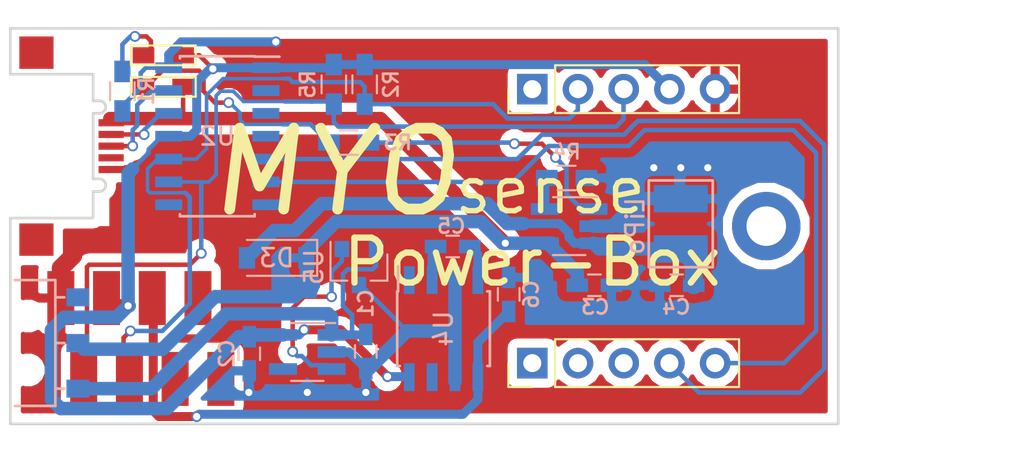
<source format=kicad_pcb>
(kicad_pcb (version 4) (host pcbnew 4.0.4+e1-6308~48~ubuntu14.04.1-stable)

  (general
    (links 55)
    (no_connects 0)
    (area 19.224999 18.346666 76.414286 43.653333)
    (thickness 1.6)
    (drawings 20)
    (tracks 362)
    (zones 0)
    (modules 26)
    (nets 20)
  )

  (page A4)
  (layers
    (0 F.Cu signal)
    (31 B.Cu signal)
    (32 B.Adhes user)
    (33 F.Adhes user)
    (34 B.Paste user)
    (35 F.Paste user)
    (36 B.SilkS user)
    (37 F.SilkS user)
    (38 B.Mask user)
    (39 F.Mask user)
    (40 Dwgs.User user)
    (41 Cmts.User user)
    (42 Eco1.User user)
    (43 Eco2.User user)
    (44 Edge.Cuts user)
    (45 Margin user)
    (46 B.CrtYd user)
    (47 F.CrtYd user)
    (48 B.Fab user)
    (49 F.Fab user)
  )

  (setup
    (last_trace_width 0.25)
    (user_trace_width 0.2)
    (user_trace_width 0.4)
    (user_trace_width 0.5)
    (user_trace_width 0.75)
    (user_trace_width 1)
    (trace_clearance 0.2)
    (zone_clearance 0.508)
    (zone_45_only yes)
    (trace_min 0.2)
    (segment_width 0.2)
    (edge_width 0.15)
    (via_size 0.6)
    (via_drill 0.4)
    (via_min_size 0.4)
    (via_min_drill 0.3)
    (uvia_size 0.3)
    (uvia_drill 0.1)
    (uvias_allowed no)
    (uvia_min_size 0.2)
    (uvia_min_drill 0.1)
    (pcb_text_width 0.3)
    (pcb_text_size 1.5 1.5)
    (mod_edge_width 0.15)
    (mod_text_size 1 1)
    (mod_text_width 0.15)
    (pad_size 1.8 1.1)
    (pad_drill 0)
    (pad_to_mask_clearance 0.2)
    (aux_axis_origin 0 0)
    (visible_elements FFFFFF7F)
    (pcbplotparams
      (layerselection 0x010f0_80000001)
      (usegerberextensions true)
      (excludeedgelayer true)
      (linewidth 0.100000)
      (plotframeref false)
      (viasonmask false)
      (mode 1)
      (useauxorigin false)
      (hpglpennumber 1)
      (hpglpenspeed 20)
      (hpglpendiameter 15)
      (hpglpenoverlay 2)
      (psnegative false)
      (psa4output false)
      (plotreference true)
      (plotvalue true)
      (plotinvisibletext false)
      (padsonsilk false)
      (subtractmaskfromsilk false)
      (outputformat 1)
      (mirror false)
      (drillshape 0)
      (scaleselection 1)
      (outputdirectory Gerber_Power_Box/))
  )

  (net 0 "")
  (net 1 LIPO_POS)
  (net 2 GND)
  (net 3 VCC)
  (net 4 USB_Vin)
  (net 5 VSS)
  (net 6 "Net-(D1-Pad1)")
  (net 7 "Net-(D2-Pad1)")
  (net 8 "Net-(R3-Pad2)")
  (net 9 "Net-(R4-Pad1)")
  (net 10 SCL)
  (net 11 SDA)
  (net 12 "Net-(J4-Pad2)")
  (net 13 "Net-(J4-Pad3)")
  (net 14 "Net-(C5-Pad1)")
  (net 15 "Net-(C5-Pad2)")
  (net 16 "Net-(C1-Pad1)")
  (net 17 Rx)
  (net 18 Tx)
  (net 19 "Net-(U1-Pad3)")

  (net_class Default "This is the default net class."
    (clearance 0.2)
    (trace_width 0.25)
    (via_dia 0.6)
    (via_drill 0.4)
    (uvia_dia 0.3)
    (uvia_drill 0.1)
    (add_net GND)
    (add_net LIPO_POS)
    (add_net "Net-(C1-Pad1)")
    (add_net "Net-(C5-Pad1)")
    (add_net "Net-(C5-Pad2)")
    (add_net "Net-(D1-Pad1)")
    (add_net "Net-(D2-Pad1)")
    (add_net "Net-(J4-Pad2)")
    (add_net "Net-(J4-Pad3)")
    (add_net "Net-(R3-Pad2)")
    (add_net "Net-(R4-Pad1)")
    (add_net "Net-(U1-Pad3)")
    (add_net Rx)
    (add_net SCL)
    (add_net SDA)
    (add_net Tx)
    (add_net USB_Vin)
    (add_net VCC)
    (add_net VSS)
  )

  (module TO_SOT_Packages_SMD:SOT-23-5_HandSoldering (layer B.Cu) (tedit 597D0707) (tstamp 596CE190)
    (at 36.5 38 180)
    (descr "5-pin SOT23 package")
    (tags "SOT-23-5 hand-soldering")
    (path /596C744D)
    (attr smd)
    (fp_text reference U1 (at 0.051 -2.386 180) (layer B.SilkS) hide
      (effects (font (size 1 1) (thickness 0.15)) (justify mirror))
    )
    (fp_text value MIC5504 (at 0 -2.9 180) (layer B.Fab)
      (effects (font (size 1 1) (thickness 0.15)) (justify mirror))
    )
    (fp_text user %R (at 0 0 180) (layer B.Fab)
      (effects (font (size 0.5 0.5) (thickness 0.075)) (justify mirror))
    )
    (fp_line (start -0.9 -1.61) (end 0.9 -1.61) (layer B.SilkS) (width 0.12))
    (fp_line (start 0.9 1.61) (end -1.55 1.61) (layer B.SilkS) (width 0.12))
    (fp_line (start -0.9 0.9) (end -0.25 1.55) (layer B.Fab) (width 0.1))
    (fp_line (start 0.9 1.55) (end -0.25 1.55) (layer B.Fab) (width 0.1))
    (fp_line (start -0.9 0.9) (end -0.9 -1.55) (layer B.Fab) (width 0.1))
    (fp_line (start 0.9 -1.55) (end -0.9 -1.55) (layer B.Fab) (width 0.1))
    (fp_line (start 0.9 1.55) (end 0.9 -1.55) (layer B.Fab) (width 0.1))
    (fp_line (start -2.38 1.8) (end 2.38 1.8) (layer B.CrtYd) (width 0.05))
    (fp_line (start -2.38 1.8) (end -2.38 -1.8) (layer B.CrtYd) (width 0.05))
    (fp_line (start 2.38 -1.8) (end 2.38 1.8) (layer B.CrtYd) (width 0.05))
    (fp_line (start 2.38 -1.8) (end -2.38 -1.8) (layer B.CrtYd) (width 0.05))
    (pad 1 smd rect (at -1.35 0.95 180) (size 1.56 0.65) (layers B.Cu B.Paste B.Mask)
      (net 16 "Net-(C1-Pad1)"))
    (pad 2 smd rect (at -1.35 0 180) (size 1.56 0.65) (layers B.Cu B.Paste B.Mask)
      (net 2 GND))
    (pad 3 smd rect (at -1.35 -0.95 180) (size 1.56 0.65) (layers B.Cu B.Paste B.Mask)
      (net 19 "Net-(U1-Pad3)"))
    (pad 4 smd rect (at 1.35 -0.95 180) (size 1.56 0.65) (layers B.Cu B.Paste B.Mask))
    (pad 5 smd rect (at 1.35 0.95 180) (size 1.56 0.65) (layers B.Cu B.Paste B.Mask)
      (net 3 VCC))
    (model ${KISYS3DMOD}/TO_SOT_Packages_SMD.3dshapes\SOT-23-5.wrl
      (at (xyz 0 0 0))
      (scale (xyz 1 1 1))
      (rotate (xyz 0 0 0))
    )
  )

  (module "Micro Match:Micro_Match_02x04" (layer F.Cu) (tedit 597D05A2) (tstamp 596E0A0F)
    (at 27.25 37.25 180)
    (path /596D5CF9)
    (fp_text reference J3 (at 0 -4.53 180) (layer F.SilkS) hide
      (effects (font (size 1 1) (thickness 0.15)))
    )
    (fp_text value CONN_02X04 (at -0.02 4.77 180) (layer F.Fab)
      (effects (font (size 1 1) (thickness 0.15)))
    )
    (pad 6 smd rect (at 0.635 -2.25 180) (size 1.5 3) (layers F.Cu F.Paste F.Mask)
      (net 10 SCL))
    (pad 8 smd rect (at 3.175 -2.25 180) (size 1.5 3) (layers F.Cu F.Paste F.Mask)
      (net 11 SDA))
    (pad 2 smd rect (at -4.445 -2.25 180) (size 1.5 3) (layers F.Cu F.Paste F.Mask))
    (pad 4 smd rect (at -1.905 -2.25 180) (size 1.5 3) (layers F.Cu F.Paste F.Mask))
    (pad 3 smd rect (at -0.635 2.25 180) (size 1.5 3) (layers F.Cu F.Paste F.Mask)
      (net 5 VSS))
    (pad 1 smd rect (at -3.175 2.25 180) (size 1.5 3) (layers F.Cu F.Paste F.Mask))
    (pad 5 smd rect (at 1.905 2.25 180) (size 1.5 3) (layers F.Cu F.Paste F.Mask)
      (net 3 VCC))
    (pad 7 smd rect (at 4.445 2.25 180) (size 1.5 3) (layers F.Cu F.Paste F.Mask)
      (net 2 GND))
  )

  (module WSON:Micro_B_Conrad (layer F.Cu) (tedit 597D0656) (tstamp 597CADC1)
    (at 21.45 26.55 270)
    (path /5970F478)
    (fp_text reference J4 (at 0.25 -7.25 270) (layer F.SilkS) hide
      (effects (font (size 1 1) (thickness 0.15)))
    )
    (fp_text value CONN_01X05 (at 0 -9.5 270) (layer F.Fab)
      (effects (font (size 1 1) (thickness 0.15)))
    )
    (pad "" smd rect (at 5.2 0 270) (size 1.8 1.9) (layers F.Cu F.Paste F.Mask))
    (pad "" smd rect (at -5.2 0 270) (size 1.8 1.9) (layers F.Cu F.Paste F.Mask))
    (pad 2 smd rect (at -0.65 -4.15 270) (size 0.4 1.4) (layers F.Cu F.Paste F.Mask)
      (net 12 "Net-(J4-Pad2)"))
    (pad 4 smd rect (at 0.65 -4.15 270) (size 0.4 1.4) (layers F.Cu F.Paste F.Mask))
    (pad 5 smd rect (at 1.3 -4.15 270) (size 0.4 1.4) (layers F.Cu F.Paste F.Mask)
      (net 2 GND))
    (pad 1 smd rect (at -1.3 -4.15 270) (size 0.4 1.4) (layers F.Cu F.Paste F.Mask)
      (net 4 USB_Vin))
    (pad 3 smd rect (at 0 -4.15 270) (size 0.4 1.4) (layers F.Cu F.Paste F.Mask)
      (net 13 "Net-(J4-Pad3)"))
  )

  (module LEDs:LED_0603_HandSoldering (layer F.Cu) (tedit 597D0632) (tstamp 596CE155)
    (at 28.5 23.25)
    (descr "LED SMD 0603, hand soldering")
    (tags "LED 0603")
    (path /596C829C)
    (attr smd)
    (fp_text reference D2 (at 0 -1.45) (layer F.SilkS) hide
      (effects (font (size 1 1) (thickness 0.15)))
    )
    (fp_text value LED (at 0 1.55) (layer F.Fab)
      (effects (font (size 1 1) (thickness 0.15)))
    )
    (fp_line (start 0.8 -0.55) (end 1.8 -0.55) (layer F.SilkS) (width 0.12))
    (fp_line (start 1.8 -0.55) (end 1.8 0.5) (layer F.SilkS) (width 0.12))
    (fp_line (start 1.8 0.5) (end 1.8 0.55) (layer F.SilkS) (width 0.12))
    (fp_line (start 1.8 0.55) (end 0.8 0.55) (layer F.SilkS) (width 0.12))
    (fp_line (start -1.8 -0.55) (end -1.8 0.55) (layer F.SilkS) (width 0.12))
    (fp_line (start -0.2 -0.2) (end -0.2 0.2) (layer F.Fab) (width 0.1))
    (fp_line (start -0.15 0) (end 0.15 -0.2) (layer F.Fab) (width 0.1))
    (fp_line (start 0.15 0.2) (end -0.15 0) (layer F.Fab) (width 0.1))
    (fp_line (start 0.15 -0.2) (end 0.15 0.2) (layer F.Fab) (width 0.1))
    (fp_line (start 0.8 0.4) (end -0.8 0.4) (layer F.Fab) (width 0.1))
    (fp_line (start 0.8 -0.4) (end 0.8 0.4) (layer F.Fab) (width 0.1))
    (fp_line (start -0.8 -0.4) (end 0.8 -0.4) (layer F.Fab) (width 0.1))
    (fp_line (start -1.8 0.55) (end 0.8 0.55) (layer F.SilkS) (width 0.12))
    (fp_line (start -1.8 -0.55) (end 0.8 -0.55) (layer F.SilkS) (width 0.12))
    (fp_line (start -1.96 -0.7) (end 1.95 -0.7) (layer F.CrtYd) (width 0.05))
    (fp_line (start -1.96 -0.7) (end -1.96 0.7) (layer F.CrtYd) (width 0.05))
    (fp_line (start 1.95 0.7) (end 1.95 -0.7) (layer F.CrtYd) (width 0.05))
    (fp_line (start 1.95 0.7) (end -1.96 0.7) (layer F.CrtYd) (width 0.05))
    (fp_line (start -0.8 -0.4) (end -0.8 0.4) (layer F.Fab) (width 0.1))
    (pad 1 smd rect (at -1.1 0) (size 1.2 0.9) (layers F.Cu F.Paste F.Mask)
      (net 7 "Net-(D2-Pad1)"))
    (pad 2 smd rect (at 1.1 0) (size 1.2 0.9) (layers F.Cu F.Paste F.Mask)
      (net 4 USB_Vin))
    (model ${KISYS3DMOD}/LEDs.3dshapes/LED_0603.wrl
      (at (xyz 0 0 0))
      (scale (xyz 1 1 1))
      (rotate (xyz 0 0 180))
    )
  )

  (module LEDs:LED_0603_HandSoldering (layer F.Cu) (tedit 597D05FA) (tstamp 596CE14F)
    (at 28.5 21.5)
    (descr "LED SMD 0603, hand soldering")
    (tags "LED 0603")
    (path /597CD722)
    (attr smd)
    (fp_text reference D1 (at 0 -1.45) (layer F.SilkS) hide
      (effects (font (size 1 1) (thickness 0.15)))
    )
    (fp_text value LED (at 0 1.55) (layer F.Fab)
      (effects (font (size 1 1) (thickness 0.15)))
    )
    (fp_line (start 0.8 -0.55) (end 1.8 -0.55) (layer F.SilkS) (width 0.12))
    (fp_line (start 1.8 -0.55) (end 1.8 0.55) (layer F.SilkS) (width 0.12))
    (fp_line (start 1.8 0.55) (end 0.8 0.55) (layer F.SilkS) (width 0.12))
    (fp_line (start -1.8 -0.55) (end -1.8 0.55) (layer F.SilkS) (width 0.12))
    (fp_line (start -0.2 -0.2) (end -0.2 0.2) (layer F.Fab) (width 0.1))
    (fp_line (start -0.15 0) (end 0.15 -0.2) (layer F.Fab) (width 0.1))
    (fp_line (start 0.15 0.2) (end -0.15 0) (layer F.Fab) (width 0.1))
    (fp_line (start 0.15 -0.2) (end 0.15 0.2) (layer F.Fab) (width 0.1))
    (fp_line (start 0.8 0.4) (end -0.8 0.4) (layer F.Fab) (width 0.1))
    (fp_line (start 0.8 -0.4) (end 0.8 0.4) (layer F.Fab) (width 0.1))
    (fp_line (start -0.8 -0.4) (end 0.8 -0.4) (layer F.Fab) (width 0.1))
    (fp_line (start -1.8 0.55) (end 0.8 0.55) (layer F.SilkS) (width 0.12))
    (fp_line (start -1.8 -0.55) (end 0.8 -0.55) (layer F.SilkS) (width 0.12))
    (fp_line (start -1.96 -0.7) (end 1.95 -0.7) (layer F.CrtYd) (width 0.05))
    (fp_line (start -1.96 -0.7) (end -1.96 0.7) (layer F.CrtYd) (width 0.05))
    (fp_line (start 1.95 0.7) (end 1.95 -0.7) (layer F.CrtYd) (width 0.05))
    (fp_line (start 1.95 0.7) (end -1.96 0.7) (layer F.CrtYd) (width 0.05))
    (fp_line (start -0.8 -0.4) (end -0.8 0.4) (layer F.Fab) (width 0.1))
    (pad 1 smd rect (at -1.1 0) (size 1.2 0.9) (layers F.Cu F.Paste F.Mask)
      (net 6 "Net-(D1-Pad1)"))
    (pad 2 smd rect (at 1.1 0) (size 1.2 0.9) (layers F.Cu F.Paste F.Mask)
      (net 3 VCC))
    (model ${KISYS3DMOD}/LEDs.3dshapes/LED_0603.wrl
      (at (xyz 0 0 0))
      (scale (xyz 1 1 1))
      (rotate (xyz 0 0 180))
    )
  )

  (module Resistors_SMD:R_0603_HandSoldering (layer B.Cu) (tedit 597D0751) (tstamp 597CB650)
    (at 37.973 23.114 270)
    (descr "Resistor SMD 0603, hand soldering")
    (tags "resistor 0603")
    (path /597D4523)
    (attr smd)
    (fp_text reference R5 (at 0 1.45 270) (layer B.SilkS)
      (effects (font (size 0.8 0.8) (thickness 0.15)) (justify mirror))
    )
    (fp_text value R (at 0 -1.55 270) (layer B.Fab)
      (effects (font (size 1 1) (thickness 0.15)) (justify mirror))
    )
    (fp_text user %R (at 0 0 270) (layer B.Fab)
      (effects (font (size 0.4 0.4) (thickness 0.075)) (justify mirror))
    )
    (fp_line (start -0.8 -0.4) (end -0.8 0.4) (layer B.Fab) (width 0.1))
    (fp_line (start 0.8 -0.4) (end -0.8 -0.4) (layer B.Fab) (width 0.1))
    (fp_line (start 0.8 0.4) (end 0.8 -0.4) (layer B.Fab) (width 0.1))
    (fp_line (start -0.8 0.4) (end 0.8 0.4) (layer B.Fab) (width 0.1))
    (fp_line (start 0.5 -0.68) (end -0.5 -0.68) (layer B.SilkS) (width 0.12))
    (fp_line (start -0.5 0.68) (end 0.5 0.68) (layer B.SilkS) (width 0.12))
    (fp_line (start -1.96 0.7) (end 1.95 0.7) (layer B.CrtYd) (width 0.05))
    (fp_line (start -1.96 0.7) (end -1.96 -0.7) (layer B.CrtYd) (width 0.05))
    (fp_line (start 1.95 -0.7) (end 1.95 0.7) (layer B.CrtYd) (width 0.05))
    (fp_line (start 1.95 -0.7) (end -1.96 -0.7) (layer B.CrtYd) (width 0.05))
    (pad 1 smd rect (at -1.1 0 270) (size 1.2 0.9) (layers B.Cu B.Paste B.Mask)
      (net 3 VCC))
    (pad 2 smd rect (at 1.1 0 270) (size 1.2 0.9) (layers B.Cu B.Paste B.Mask)
      (net 11 SDA))
    (model ${KISYS3DMOD}/Resistors_SMD.3dshapes/R_0603.wrl
      (at (xyz 0 0 0))
      (scale (xyz 1 1 1))
      (rotate (xyz 0 0 0))
    )
  )

  (module Housings_SOIC:SOIC-14_3.9x8.7mm_Pitch1.27mm (layer B.Cu) (tedit 596F4083) (tstamp 596CE1A2)
    (at 31.5 26 180)
    (descr "14-Lead Plastic Small Outline (SL) - Narrow, 3.90 mm Body [SOIC] (see Microchip Packaging Specification 00000049BS.pdf)")
    (tags "SOIC 1.27")
    (path /596D2C00)
    (attr smd)
    (fp_text reference U2 (at 0 0 180) (layer B.SilkS)
      (effects (font (size 1 1) (thickness 0.15)) (justify mirror))
    )
    (fp_text value MCP2221 (at 0 -5.375 180) (layer B.Fab)
      (effects (font (size 1 1) (thickness 0.15)) (justify mirror))
    )
    (fp_text user %R (at 0 0 180) (layer B.Fab)
      (effects (font (size 0.9 0.9) (thickness 0.135)) (justify mirror))
    )
    (fp_line (start -0.95 4.35) (end 1.95 4.35) (layer B.Fab) (width 0.15))
    (fp_line (start 1.95 4.35) (end 1.95 -4.35) (layer B.Fab) (width 0.15))
    (fp_line (start 1.95 -4.35) (end -1.95 -4.35) (layer B.Fab) (width 0.15))
    (fp_line (start -1.95 -4.35) (end -1.95 3.35) (layer B.Fab) (width 0.15))
    (fp_line (start -1.95 3.35) (end -0.95 4.35) (layer B.Fab) (width 0.15))
    (fp_line (start -3.7 4.65) (end -3.7 -4.65) (layer B.CrtYd) (width 0.05))
    (fp_line (start 3.7 4.65) (end 3.7 -4.65) (layer B.CrtYd) (width 0.05))
    (fp_line (start -3.7 4.65) (end 3.7 4.65) (layer B.CrtYd) (width 0.05))
    (fp_line (start -3.7 -4.65) (end 3.7 -4.65) (layer B.CrtYd) (width 0.05))
    (fp_line (start -2.075 4.45) (end -2.075 4.425) (layer B.SilkS) (width 0.15))
    (fp_line (start 2.075 4.45) (end 2.075 4.335) (layer B.SilkS) (width 0.15))
    (fp_line (start 2.075 -4.45) (end 2.075 -4.335) (layer B.SilkS) (width 0.15))
    (fp_line (start -2.075 -4.45) (end -2.075 -4.335) (layer B.SilkS) (width 0.15))
    (fp_line (start -2.075 4.45) (end 2.075 4.45) (layer B.SilkS) (width 0.15))
    (fp_line (start -2.075 -4.45) (end 2.075 -4.45) (layer B.SilkS) (width 0.15))
    (fp_line (start -2.075 4.425) (end -3.45 4.425) (layer B.SilkS) (width 0.15))
    (pad 1 smd rect (at -2.7 3.81 180) (size 1.5 0.6) (layers B.Cu B.Paste B.Mask)
      (net 3 VCC))
    (pad 2 smd rect (at -2.7 2.54 180) (size 1.5 0.6) (layers B.Cu B.Paste B.Mask))
    (pad 3 smd rect (at -2.7 1.27 180) (size 1.5 0.6) (layers B.Cu B.Paste B.Mask))
    (pad 4 smd rect (at -2.7 0 180) (size 1.5 0.6) (layers B.Cu B.Paste B.Mask))
    (pad 5 smd rect (at -2.7 -1.27 180) (size 1.5 0.6) (layers B.Cu B.Paste B.Mask)
      (net 17 Rx))
    (pad 6 smd rect (at -2.7 -2.54 180) (size 1.5 0.6) (layers B.Cu B.Paste B.Mask)
      (net 18 Tx))
    (pad 7 smd rect (at -2.7 -3.81 180) (size 1.5 0.6) (layers B.Cu B.Paste B.Mask))
    (pad 8 smd rect (at 2.7 -3.81 180) (size 1.5 0.6) (layers B.Cu B.Paste B.Mask))
    (pad 9 smd rect (at 2.7 -2.54 180) (size 1.5 0.6) (layers B.Cu B.Paste B.Mask)
      (net 11 SDA))
    (pad 10 smd rect (at 2.7 -1.27 180) (size 1.5 0.6) (layers B.Cu B.Paste B.Mask)
      (net 10 SCL))
    (pad 11 smd rect (at 2.7 0 180) (size 1.5 0.6) (layers B.Cu B.Paste B.Mask)
      (net 3 VCC))
    (pad 12 smd rect (at 2.7 1.27 180) (size 1.5 0.6) (layers B.Cu B.Paste B.Mask)
      (net 12 "Net-(J4-Pad2)"))
    (pad 13 smd rect (at 2.7 2.54 180) (size 1.5 0.6) (layers B.Cu B.Paste B.Mask)
      (net 13 "Net-(J4-Pad3)"))
    (pad 14 smd rect (at 2.7 3.81 180) (size 1.5 0.6) (layers B.Cu B.Paste B.Mask)
      (net 2 GND))
    (model Housings_SOIC.3dshapes/SOIC-14_3.9x8.7mm_Pitch1.27mm.wrl
      (at (xyz 0 0 0))
      (scale (xyz 1 1 1))
      (rotate (xyz 0 0 0))
    )
  )

  (module Housings_SOIC:SOIC-8_3.9x4.9mm_Pitch1.27mm (layer B.Cu) (tedit 597D06B5) (tstamp 597BCA5C)
    (at 44.069 36.703 270)
    (descr "8-Lead Plastic Small Outline (SN) - Narrow, 3.90 mm Body [SOIC] (see Microchip Packaging Specification 00000049BS.pdf)")
    (tags "SOIC 1.27")
    (path /597BD7FF)
    (attr smd)
    (fp_text reference U4 (at 0 0 270) (layer B.SilkS)
      (effects (font (size 1 1) (thickness 0.15)) (justify mirror))
    )
    (fp_text value Lm2660 (at 0 -3.5 270) (layer B.Fab)
      (effects (font (size 1 1) (thickness 0.15)) (justify mirror))
    )
    (fp_text user %R (at 0 0 270) (layer B.Fab)
      (effects (font (size 1 1) (thickness 0.15)) (justify mirror))
    )
    (fp_line (start -0.95 2.45) (end 1.95 2.45) (layer B.Fab) (width 0.1))
    (fp_line (start 1.95 2.45) (end 1.95 -2.45) (layer B.Fab) (width 0.1))
    (fp_line (start 1.95 -2.45) (end -1.95 -2.45) (layer B.Fab) (width 0.1))
    (fp_line (start -1.95 -2.45) (end -1.95 1.45) (layer B.Fab) (width 0.1))
    (fp_line (start -1.95 1.45) (end -0.95 2.45) (layer B.Fab) (width 0.1))
    (fp_line (start -3.73 2.7) (end -3.73 -2.7) (layer B.CrtYd) (width 0.05))
    (fp_line (start 3.73 2.7) (end 3.73 -2.7) (layer B.CrtYd) (width 0.05))
    (fp_line (start -3.73 2.7) (end 3.73 2.7) (layer B.CrtYd) (width 0.05))
    (fp_line (start -3.73 -2.7) (end 3.73 -2.7) (layer B.CrtYd) (width 0.05))
    (fp_line (start -2.075 2.575) (end -2.075 2.525) (layer B.SilkS) (width 0.15))
    (fp_line (start 2.075 2.575) (end 2.075 2.43) (layer B.SilkS) (width 0.15))
    (fp_line (start 2.075 -2.575) (end 2.075 -2.43) (layer B.SilkS) (width 0.15))
    (fp_line (start -2.075 -2.575) (end -2.075 -2.43) (layer B.SilkS) (width 0.15))
    (fp_line (start -2.075 2.575) (end 2.075 2.575) (layer B.SilkS) (width 0.15))
    (fp_line (start -2.075 -2.575) (end 2.075 -2.575) (layer B.SilkS) (width 0.15))
    (fp_line (start -2.075 2.525) (end -3.475 2.525) (layer B.SilkS) (width 0.15))
    (pad 1 smd rect (at -2.7 1.905 270) (size 1.55 0.6) (layers B.Cu B.Paste B.Mask))
    (pad 2 smd rect (at -2.7 0.635 270) (size 1.55 0.6) (layers B.Cu B.Paste B.Mask)
      (net 14 "Net-(C5-Pad1)"))
    (pad 3 smd rect (at -2.7 -0.635 270) (size 1.55 0.6) (layers B.Cu B.Paste B.Mask)
      (net 2 GND))
    (pad 4 smd rect (at -2.7 -1.905 270) (size 1.55 0.6) (layers B.Cu B.Paste B.Mask)
      (net 15 "Net-(C5-Pad2)"))
    (pad 5 smd rect (at 2.7 -1.905 270) (size 1.55 0.6) (layers B.Cu B.Paste B.Mask)
      (net 5 VSS))
    (pad 6 smd rect (at 2.7 -0.635 270) (size 1.55 0.6) (layers B.Cu B.Paste B.Mask)
      (net 2 GND))
    (pad 7 smd rect (at 2.7 0.635 270) (size 1.55 0.6) (layers B.Cu B.Paste B.Mask))
    (pad 8 smd rect (at 2.7 1.905 270) (size 1.55 0.6) (layers B.Cu B.Paste B.Mask)
      (net 3 VCC))
    (model ${KISYS3DMOD}/Housings_SOIC.3dshapes/SOIC-8_3.9x4.9mm_Pitch1.27mm.wrl
      (at (xyz 0 0 0))
      (scale (xyz 1 1 1))
      (rotate (xyz 0 0 0))
    )
  )

  (module Capacitors_SMD:C_0603_HandSoldering (layer B.Cu) (tedit 597D071B) (tstamp 596CE11F)
    (at 39.751 37.973 270)
    (descr "Capacitor SMD 0603, hand soldering")
    (tags "capacitor 0603")
    (path /596C774B)
    (attr smd)
    (fp_text reference C1 (at -2.667 0 270) (layer B.SilkS)
      (effects (font (size 0.8 0.8) (thickness 0.15)) (justify mirror))
    )
    (fp_text value 1uF (at 0 -1.5 270) (layer B.Fab)
      (effects (font (size 1 1) (thickness 0.15)) (justify mirror))
    )
    (fp_text user %R (at 0 1.25 270) (layer B.Fab)
      (effects (font (size 1 1) (thickness 0.15)) (justify mirror))
    )
    (fp_line (start -0.8 -0.4) (end -0.8 0.4) (layer B.Fab) (width 0.1))
    (fp_line (start 0.8 -0.4) (end -0.8 -0.4) (layer B.Fab) (width 0.1))
    (fp_line (start 0.8 0.4) (end 0.8 -0.4) (layer B.Fab) (width 0.1))
    (fp_line (start -0.8 0.4) (end 0.8 0.4) (layer B.Fab) (width 0.1))
    (fp_line (start -0.35 0.6) (end 0.35 0.6) (layer B.SilkS) (width 0.12))
    (fp_line (start 0.35 -0.6) (end -0.35 -0.6) (layer B.SilkS) (width 0.12))
    (fp_line (start -1.8 0.65) (end 1.8 0.65) (layer B.CrtYd) (width 0.05))
    (fp_line (start -1.8 0.65) (end -1.8 -0.65) (layer B.CrtYd) (width 0.05))
    (fp_line (start 1.8 -0.65) (end 1.8 0.65) (layer B.CrtYd) (width 0.05))
    (fp_line (start 1.8 -0.65) (end -1.8 -0.65) (layer B.CrtYd) (width 0.05))
    (pad 1 smd rect (at -0.95 0 270) (size 1.2 0.75) (layers B.Cu B.Paste B.Mask)
      (net 16 "Net-(C1-Pad1)"))
    (pad 2 smd rect (at 0.95 0 270) (size 1.2 0.75) (layers B.Cu B.Paste B.Mask)
      (net 2 GND))
    (model Capacitors_SMD.3dshapes/C_0603.wrl
      (at (xyz 0 0 0))
      (scale (xyz 1 1 1))
      (rotate (xyz 0 0 0))
    )
  )

  (module Capacitors_SMD:C_0603_HandSoldering (layer B.Cu) (tedit 596F44A2) (tstamp 596CE125)
    (at 33.274 38.1 270)
    (descr "Capacitor SMD 0603, hand soldering")
    (tags "capacitor 0603")
    (path /596C78E8)
    (attr smd)
    (fp_text reference C2 (at 0 1.25 270) (layer B.SilkS)
      (effects (font (size 0.8 0.8) (thickness 0.15)) (justify mirror))
    )
    (fp_text value 1uF (at 0 -1.5 270) (layer B.Fab)
      (effects (font (size 1 1) (thickness 0.15)) (justify mirror))
    )
    (fp_text user %R (at 0 1.25 270) (layer B.Fab)
      (effects (font (size 1 1) (thickness 0.15)) (justify mirror))
    )
    (fp_line (start -0.8 -0.4) (end -0.8 0.4) (layer B.Fab) (width 0.1))
    (fp_line (start 0.8 -0.4) (end -0.8 -0.4) (layer B.Fab) (width 0.1))
    (fp_line (start 0.8 0.4) (end 0.8 -0.4) (layer B.Fab) (width 0.1))
    (fp_line (start -0.8 0.4) (end 0.8 0.4) (layer B.Fab) (width 0.1))
    (fp_line (start -0.35 0.6) (end 0.35 0.6) (layer B.SilkS) (width 0.12))
    (fp_line (start 0.35 -0.6) (end -0.35 -0.6) (layer B.SilkS) (width 0.12))
    (fp_line (start -1.8 0.65) (end 1.8 0.65) (layer B.CrtYd) (width 0.05))
    (fp_line (start -1.8 0.65) (end -1.8 -0.65) (layer B.CrtYd) (width 0.05))
    (fp_line (start 1.8 -0.65) (end 1.8 0.65) (layer B.CrtYd) (width 0.05))
    (fp_line (start 1.8 -0.65) (end -1.8 -0.65) (layer B.CrtYd) (width 0.05))
    (pad 1 smd rect (at -0.95 0 270) (size 1.2 0.75) (layers B.Cu B.Paste B.Mask)
      (net 3 VCC))
    (pad 2 smd rect (at 0.95 0 270) (size 1.2 0.75) (layers B.Cu B.Paste B.Mask)
      (net 2 GND))
    (model Capacitors_SMD.3dshapes/C_0603.wrl
      (at (xyz 0 0 0))
      (scale (xyz 1 1 1))
      (rotate (xyz 0 0 0))
    )
  )

  (module Capacitors_SMD:C_0603_HandSoldering (layer B.Cu) (tedit 597D0687) (tstamp 596CE12B)
    (at 52.451 34.29)
    (descr "Capacitor SMD 0603, hand soldering")
    (tags "capacitor 0603")
    (path /596C8108)
    (attr smd)
    (fp_text reference C3 (at 0.049 1.21) (layer B.SilkS)
      (effects (font (size 0.8 0.8) (thickness 0.15)) (justify mirror))
    )
    (fp_text value 4.7uF (at 0 -1.5) (layer B.Fab)
      (effects (font (size 1 1) (thickness 0.15)) (justify mirror))
    )
    (fp_text user %R (at 0 1.25) (layer B.Fab)
      (effects (font (size 1 1) (thickness 0.15)) (justify mirror))
    )
    (fp_line (start -0.8 -0.4) (end -0.8 0.4) (layer B.Fab) (width 0.1))
    (fp_line (start 0.8 -0.4) (end -0.8 -0.4) (layer B.Fab) (width 0.1))
    (fp_line (start 0.8 0.4) (end 0.8 -0.4) (layer B.Fab) (width 0.1))
    (fp_line (start -0.8 0.4) (end 0.8 0.4) (layer B.Fab) (width 0.1))
    (fp_line (start -0.35 0.6) (end 0.35 0.6) (layer B.SilkS) (width 0.12))
    (fp_line (start 0.35 -0.6) (end -0.35 -0.6) (layer B.SilkS) (width 0.12))
    (fp_line (start -1.8 0.65) (end 1.8 0.65) (layer B.CrtYd) (width 0.05))
    (fp_line (start -1.8 0.65) (end -1.8 -0.65) (layer B.CrtYd) (width 0.05))
    (fp_line (start 1.8 -0.65) (end 1.8 0.65) (layer B.CrtYd) (width 0.05))
    (fp_line (start 1.8 -0.65) (end -1.8 -0.65) (layer B.CrtYd) (width 0.05))
    (pad 1 smd rect (at -0.95 0) (size 1.2 0.75) (layers B.Cu B.Paste B.Mask)
      (net 4 USB_Vin))
    (pad 2 smd rect (at 0.95 0) (size 1.2 0.75) (layers B.Cu B.Paste B.Mask)
      (net 2 GND))
    (model Capacitors_SMD.3dshapes/C_0603.wrl
      (at (xyz 0 0 0))
      (scale (xyz 1 1 1))
      (rotate (xyz 0 0 0))
    )
  )

  (module Capacitors_SMD:C_0603_HandSoldering (layer B.Cu) (tedit 597D0684) (tstamp 596CE131)
    (at 57.023 34.29 180)
    (descr "Capacitor SMD 0603, hand soldering")
    (tags "capacitor 0603")
    (path /596C9031)
    (attr smd)
    (fp_text reference C4 (at 0.023 -1.21 180) (layer B.SilkS)
      (effects (font (size 0.8 0.8) (thickness 0.15)) (justify mirror))
    )
    (fp_text value 4.7uF (at 0 -1.5 180) (layer B.Fab)
      (effects (font (size 1 1) (thickness 0.15)) (justify mirror))
    )
    (fp_text user %R (at 0 1.25 180) (layer B.Fab)
      (effects (font (size 1 1) (thickness 0.15)) (justify mirror))
    )
    (fp_line (start -0.8 -0.4) (end -0.8 0.4) (layer B.Fab) (width 0.1))
    (fp_line (start 0.8 -0.4) (end -0.8 -0.4) (layer B.Fab) (width 0.1))
    (fp_line (start 0.8 0.4) (end 0.8 -0.4) (layer B.Fab) (width 0.1))
    (fp_line (start -0.8 0.4) (end 0.8 0.4) (layer B.Fab) (width 0.1))
    (fp_line (start -0.35 0.6) (end 0.35 0.6) (layer B.SilkS) (width 0.12))
    (fp_line (start 0.35 -0.6) (end -0.35 -0.6) (layer B.SilkS) (width 0.12))
    (fp_line (start -1.8 0.65) (end 1.8 0.65) (layer B.CrtYd) (width 0.05))
    (fp_line (start -1.8 0.65) (end -1.8 -0.65) (layer B.CrtYd) (width 0.05))
    (fp_line (start 1.8 -0.65) (end 1.8 0.65) (layer B.CrtYd) (width 0.05))
    (fp_line (start 1.8 -0.65) (end -1.8 -0.65) (layer B.CrtYd) (width 0.05))
    (pad 1 smd rect (at -0.95 0 180) (size 1.2 0.75) (layers B.Cu B.Paste B.Mask)
      (net 1 LIPO_POS))
    (pad 2 smd rect (at 0.95 0 180) (size 1.2 0.75) (layers B.Cu B.Paste B.Mask)
      (net 2 GND))
    (model Capacitors_SMD.3dshapes/C_0603.wrl
      (at (xyz 0 0 0))
      (scale (xyz 1 1 1))
      (rotate (xyz 0 0 0))
    )
  )

  (module Capacitors_SMD:C_0603_HandSoldering (layer B.Cu) (tedit 597D06A7) (tstamp 596CE137)
    (at 44.577 32.131)
    (descr "Capacitor SMD 0603, hand soldering")
    (tags "capacitor 0603")
    (path /597BDE60)
    (attr smd)
    (fp_text reference C5 (at -0.077 -1.131) (layer B.SilkS)
      (effects (font (size 0.8 0.8) (thickness 0.15)) (justify mirror))
    )
    (fp_text value C (at 0 -1.5) (layer B.Fab)
      (effects (font (size 1 1) (thickness 0.15)) (justify mirror))
    )
    (fp_text user %R (at 0 1.25) (layer B.Fab)
      (effects (font (size 1 1) (thickness 0.15)) (justify mirror))
    )
    (fp_line (start -0.8 -0.4) (end -0.8 0.4) (layer B.Fab) (width 0.1))
    (fp_line (start 0.8 -0.4) (end -0.8 -0.4) (layer B.Fab) (width 0.1))
    (fp_line (start 0.8 0.4) (end 0.8 -0.4) (layer B.Fab) (width 0.1))
    (fp_line (start -0.8 0.4) (end 0.8 0.4) (layer B.Fab) (width 0.1))
    (fp_line (start -0.35 0.6) (end 0.35 0.6) (layer B.SilkS) (width 0.12))
    (fp_line (start 0.35 -0.6) (end -0.35 -0.6) (layer B.SilkS) (width 0.12))
    (fp_line (start -1.8 0.65) (end 1.8 0.65) (layer B.CrtYd) (width 0.05))
    (fp_line (start -1.8 0.65) (end -1.8 -0.65) (layer B.CrtYd) (width 0.05))
    (fp_line (start 1.8 -0.65) (end 1.8 0.65) (layer B.CrtYd) (width 0.05))
    (fp_line (start 1.8 -0.65) (end -1.8 -0.65) (layer B.CrtYd) (width 0.05))
    (pad 1 smd rect (at -0.95 0) (size 1.2 0.75) (layers B.Cu B.Paste B.Mask)
      (net 14 "Net-(C5-Pad1)"))
    (pad 2 smd rect (at 0.95 0) (size 1.2 0.75) (layers B.Cu B.Paste B.Mask)
      (net 15 "Net-(C5-Pad2)"))
    (model Capacitors_SMD.3dshapes/C_0603.wrl
      (at (xyz 0 0 0))
      (scale (xyz 1 1 1))
      (rotate (xyz 0 0 0))
    )
  )

  (module Resistors_SMD:R_0603_HandSoldering (layer B.Cu) (tedit 597D073B) (tstamp 596CE161)
    (at 26.2255 23.495 270)
    (descr "Resistor SMD 0603, hand soldering")
    (tags "resistor 0603")
    (path /597CE5FF)
    (attr smd)
    (fp_text reference R1 (at 0 -1.3335 270) (layer B.SilkS)
      (effects (font (size 0.8 0.8) (thickness 0.15)) (justify mirror))
    )
    (fp_text value R (at 0 -1.55 270) (layer B.Fab)
      (effects (font (size 1 1) (thickness 0.15)) (justify mirror))
    )
    (fp_text user %R (at 0 0 270) (layer B.Fab)
      (effects (font (size 0.5 0.5) (thickness 0.075)) (justify mirror))
    )
    (fp_line (start -0.8 -0.4) (end -0.8 0.4) (layer B.Fab) (width 0.1))
    (fp_line (start 0.8 -0.4) (end -0.8 -0.4) (layer B.Fab) (width 0.1))
    (fp_line (start 0.8 0.4) (end 0.8 -0.4) (layer B.Fab) (width 0.1))
    (fp_line (start -0.8 0.4) (end 0.8 0.4) (layer B.Fab) (width 0.1))
    (fp_line (start 0.5 -0.68) (end -0.5 -0.68) (layer B.SilkS) (width 0.12))
    (fp_line (start -0.5 0.68) (end 0.5 0.68) (layer B.SilkS) (width 0.12))
    (fp_line (start -1.96 0.7) (end 1.95 0.7) (layer B.CrtYd) (width 0.05))
    (fp_line (start -1.96 0.7) (end -1.96 -0.7) (layer B.CrtYd) (width 0.05))
    (fp_line (start 1.95 -0.7) (end 1.95 0.7) (layer B.CrtYd) (width 0.05))
    (fp_line (start 1.95 -0.7) (end -1.96 -0.7) (layer B.CrtYd) (width 0.05))
    (pad 1 smd rect (at -1.1 0 270) (size 1.2 0.9) (layers B.Cu B.Paste B.Mask)
      (net 6 "Net-(D1-Pad1)"))
    (pad 2 smd rect (at 1.1 0 270) (size 1.2 0.9) (layers B.Cu B.Paste B.Mask)
      (net 2 GND))
    (model ${KISYS3DMOD}/Resistors_SMD.3dshapes/R_0603.wrl
      (at (xyz 0 0 0))
      (scale (xyz 1 1 1))
      (rotate (xyz 0 0 0))
    )
  )

  (module Resistors_SMD:R_0603_HandSoldering (layer B.Cu) (tedit 596F43A9) (tstamp 596CE16D)
    (at 38.7985 26.3525)
    (descr "Resistor SMD 0603, hand soldering")
    (tags "resistor 0603")
    (path /596C840D)
    (attr smd)
    (fp_text reference R3 (at 2.7305 0) (layer B.SilkS)
      (effects (font (size 0.8 0.8) (thickness 0.15)) (justify mirror))
    )
    (fp_text value R (at 0 -1.55) (layer B.Fab)
      (effects (font (size 1 1) (thickness 0.15)) (justify mirror))
    )
    (fp_text user %R (at 0 0) (layer B.Fab)
      (effects (font (size 0.5 0.5) (thickness 0.075)) (justify mirror))
    )
    (fp_line (start -0.8 -0.4) (end -0.8 0.4) (layer B.Fab) (width 0.1))
    (fp_line (start 0.8 -0.4) (end -0.8 -0.4) (layer B.Fab) (width 0.1))
    (fp_line (start 0.8 0.4) (end 0.8 -0.4) (layer B.Fab) (width 0.1))
    (fp_line (start -0.8 0.4) (end 0.8 0.4) (layer B.Fab) (width 0.1))
    (fp_line (start 0.5 -0.68) (end -0.5 -0.68) (layer B.SilkS) (width 0.12))
    (fp_line (start -0.5 0.68) (end 0.5 0.68) (layer B.SilkS) (width 0.12))
    (fp_line (start -1.96 0.7) (end 1.95 0.7) (layer B.CrtYd) (width 0.05))
    (fp_line (start -1.96 0.7) (end -1.96 -0.7) (layer B.CrtYd) (width 0.05))
    (fp_line (start 1.95 -0.7) (end 1.95 0.7) (layer B.CrtYd) (width 0.05))
    (fp_line (start 1.95 -0.7) (end -1.96 -0.7) (layer B.CrtYd) (width 0.05))
    (pad 1 smd rect (at -1.1 0) (size 1.2 0.9) (layers B.Cu B.Paste B.Mask)
      (net 7 "Net-(D2-Pad1)"))
    (pad 2 smd rect (at 1.1 0) (size 1.2 0.9) (layers B.Cu B.Paste B.Mask)
      (net 8 "Net-(R3-Pad2)"))
    (model ${KISYS3DMOD}/Resistors_SMD.3dshapes/R_0603.wrl
      (at (xyz 0 0 0))
      (scale (xyz 1 1 1))
      (rotate (xyz 0 0 0))
    )
  )

  (module Resistors_SMD:R_0603_HandSoldering (layer B.Cu) (tedit 596F447F) (tstamp 596CE173)
    (at 50.906 28.321)
    (descr "Resistor SMD 0603, hand soldering")
    (tags "resistor 0603")
    (path /596C8C78)
    (attr smd)
    (fp_text reference R4 (at 0 -1.45) (layer B.SilkS)
      (effects (font (size 0.8 0.8) (thickness 0.15)) (justify mirror))
    )
    (fp_text value R (at 0 -1.55) (layer B.Fab)
      (effects (font (size 1 1) (thickness 0.15)) (justify mirror))
    )
    (fp_text user %R (at 0 0) (layer B.Fab)
      (effects (font (size 0.5 0.5) (thickness 0.075)) (justify mirror))
    )
    (fp_line (start -0.8 -0.4) (end -0.8 0.4) (layer B.Fab) (width 0.1))
    (fp_line (start 0.8 -0.4) (end -0.8 -0.4) (layer B.Fab) (width 0.1))
    (fp_line (start 0.8 0.4) (end 0.8 -0.4) (layer B.Fab) (width 0.1))
    (fp_line (start -0.8 0.4) (end 0.8 0.4) (layer B.Fab) (width 0.1))
    (fp_line (start 0.5 -0.68) (end -0.5 -0.68) (layer B.SilkS) (width 0.12))
    (fp_line (start -0.5 0.68) (end 0.5 0.68) (layer B.SilkS) (width 0.12))
    (fp_line (start -1.96 0.7) (end 1.95 0.7) (layer B.CrtYd) (width 0.05))
    (fp_line (start -1.96 0.7) (end -1.96 -0.7) (layer B.CrtYd) (width 0.05))
    (fp_line (start 1.95 -0.7) (end 1.95 0.7) (layer B.CrtYd) (width 0.05))
    (fp_line (start 1.95 -0.7) (end -1.96 -0.7) (layer B.CrtYd) (width 0.05))
    (pad 1 smd rect (at -1.1 0) (size 1.2 0.9) (layers B.Cu B.Paste B.Mask)
      (net 9 "Net-(R4-Pad1)"))
    (pad 2 smd rect (at 1.1 0) (size 1.2 0.9) (layers B.Cu B.Paste B.Mask)
      (net 2 GND))
    (model ${KISYS3DMOD}/Resistors_SMD.3dshapes/R_0603.wrl
      (at (xyz 0 0 0))
      (scale (xyz 1 1 1))
      (rotate (xyz 0 0 0))
    )
  )

  (module TO_SOT_Packages_SMD:SOT-23-5_HandSoldering (layer B.Cu) (tedit 597D06FB) (tstamp 596CE1AB)
    (at 51.05 31 180)
    (descr "5-pin SOT23 package")
    (tags "SOT-23-5 hand-soldering")
    (path /596C7D1F)
    (attr smd)
    (fp_text reference U3 (at 3.2345 0.4565 180) (layer B.SilkS) hide
      (effects (font (size 1 1) (thickness 0.15)) (justify mirror))
    )
    (fp_text value MCP73832 (at 0 -2.9 180) (layer B.Fab)
      (effects (font (size 1 1) (thickness 0.15)) (justify mirror))
    )
    (fp_text user %R (at 0 0 180) (layer B.Fab)
      (effects (font (size 0.5 0.5) (thickness 0.075)) (justify mirror))
    )
    (fp_line (start -0.9 -1.61) (end 0.9 -1.61) (layer B.SilkS) (width 0.12))
    (fp_line (start 0.9 1.61) (end -1.55 1.61) (layer B.SilkS) (width 0.12))
    (fp_line (start -0.9 0.9) (end -0.25 1.55) (layer B.Fab) (width 0.1))
    (fp_line (start 0.9 1.55) (end -0.25 1.55) (layer B.Fab) (width 0.1))
    (fp_line (start -0.9 0.9) (end -0.9 -1.55) (layer B.Fab) (width 0.1))
    (fp_line (start 0.9 -1.55) (end -0.9 -1.55) (layer B.Fab) (width 0.1))
    (fp_line (start 0.9 1.55) (end 0.9 -1.55) (layer B.Fab) (width 0.1))
    (fp_line (start -2.38 1.8) (end 2.38 1.8) (layer B.CrtYd) (width 0.05))
    (fp_line (start -2.38 1.8) (end -2.38 -1.8) (layer B.CrtYd) (width 0.05))
    (fp_line (start 2.38 -1.8) (end 2.38 1.8) (layer B.CrtYd) (width 0.05))
    (fp_line (start 2.38 -1.8) (end -2.38 -1.8) (layer B.CrtYd) (width 0.05))
    (pad 1 smd rect (at -1.35 0.95 180) (size 1.56 0.65) (layers B.Cu B.Paste B.Mask)
      (net 8 "Net-(R3-Pad2)"))
    (pad 2 smd rect (at -1.35 0 180) (size 1.56 0.65) (layers B.Cu B.Paste B.Mask)
      (net 2 GND))
    (pad 3 smd rect (at -1.35 -0.95 180) (size 1.56 0.65) (layers B.Cu B.Paste B.Mask)
      (net 1 LIPO_POS))
    (pad 4 smd rect (at 1.35 -0.95 180) (size 1.56 0.65) (layers B.Cu B.Paste B.Mask)
      (net 4 USB_Vin))
    (pad 5 smd rect (at 1.35 0.95 180) (size 1.56 0.65) (layers B.Cu B.Paste B.Mask)
      (net 9 "Net-(R4-Pad1)"))
    (model ${KISYS3DMOD}/TO_SOT_Packages_SMD.3dshapes\SOT-23-5.wrl
      (at (xyz 0 0 0))
      (scale (xyz 1 1 1))
      (rotate (xyz 0 0 0))
    )
  )

  (module Diodes_SMD:D_SOD-123 (layer B.Cu) (tedit 596F4145) (tstamp 596E09FD)
    (at 34.798 32.766 180)
    (descr SOD-123)
    (tags SOD-123)
    (path /596F15CC)
    (attr smd)
    (fp_text reference D3 (at 0 0 180) (layer B.SilkS)
      (effects (font (size 1 1) (thickness 0.15)) (justify mirror))
    )
    (fp_text value MBR120 (at 0 -2.1 180) (layer B.Fab)
      (effects (font (size 1 1) (thickness 0.15)) (justify mirror))
    )
    (fp_text user %R (at 0 2 180) (layer B.Fab)
      (effects (font (size 1 1) (thickness 0.15)) (justify mirror))
    )
    (fp_line (start -2.25 1) (end -2.25 -1) (layer B.SilkS) (width 0.12))
    (fp_line (start 0.25 0) (end 0.75 0) (layer B.Fab) (width 0.1))
    (fp_line (start 0.25 -0.4) (end -0.35 0) (layer B.Fab) (width 0.1))
    (fp_line (start 0.25 0.4) (end 0.25 -0.4) (layer B.Fab) (width 0.1))
    (fp_line (start -0.35 0) (end 0.25 0.4) (layer B.Fab) (width 0.1))
    (fp_line (start -0.35 0) (end -0.35 -0.55) (layer B.Fab) (width 0.1))
    (fp_line (start -0.35 0) (end -0.35 0.55) (layer B.Fab) (width 0.1))
    (fp_line (start -0.75 0) (end -0.35 0) (layer B.Fab) (width 0.1))
    (fp_line (start -1.4 -0.9) (end -1.4 0.9) (layer B.Fab) (width 0.1))
    (fp_line (start 1.4 -0.9) (end -1.4 -0.9) (layer B.Fab) (width 0.1))
    (fp_line (start 1.4 0.9) (end 1.4 -0.9) (layer B.Fab) (width 0.1))
    (fp_line (start -1.4 0.9) (end 1.4 0.9) (layer B.Fab) (width 0.1))
    (fp_line (start -2.35 1.15) (end 2.35 1.15) (layer B.CrtYd) (width 0.05))
    (fp_line (start 2.35 1.15) (end 2.35 -1.15) (layer B.CrtYd) (width 0.05))
    (fp_line (start 2.35 -1.15) (end -2.35 -1.15) (layer B.CrtYd) (width 0.05))
    (fp_line (start -2.35 1.15) (end -2.35 -1.15) (layer B.CrtYd) (width 0.05))
    (fp_line (start -2.25 -1) (end 1.65 -1) (layer B.SilkS) (width 0.12))
    (fp_line (start -2.25 1) (end 1.65 1) (layer B.SilkS) (width 0.12))
    (pad 1 smd rect (at -1.65 0 180) (size 0.9 1.2) (layers B.Cu B.Paste B.Mask)
      (net 4 USB_Vin))
    (pad 2 smd rect (at 1.65 0 180) (size 0.9 1.2) (layers B.Cu B.Paste B.Mask)
      (net 1 LIPO_POS))
    (model ${KISYS3DMOD}/Diodes_SMD.3dshapes/D_SOD-123.wrl
      (at (xyz 0 0 0))
      (scale (xyz 1 1 1))
      (rotate (xyz 0 0 0))
    )
  )

  (module Socket_Strips:Socket_Strip_Straight_1x05_Pitch2.54mm (layer F.Cu) (tedit 596F44C5) (tstamp 596E10C0)
    (at 49 23.38 90)
    (descr "Through hole straight socket strip, 1x05, 2.54mm pitch, single row")
    (tags "Through hole socket strip THT 1x05 2.54mm single row")
    (path /596F49D6)
    (fp_text reference J5 (at 0 -2.33 90) (layer F.SilkS) hide
      (effects (font (size 1 1) (thickness 0.15)))
    )
    (fp_text value CONN_01X05 (at 0 12.49 90) (layer F.Fab)
      (effects (font (size 1 1) (thickness 0.15)))
    )
    (fp_line (start -1.27 -1.27) (end -1.27 11.43) (layer F.Fab) (width 0.1))
    (fp_line (start -1.27 11.43) (end 1.27 11.43) (layer F.Fab) (width 0.1))
    (fp_line (start 1.27 11.43) (end 1.27 -1.27) (layer F.Fab) (width 0.1))
    (fp_line (start 1.27 -1.27) (end -1.27 -1.27) (layer F.Fab) (width 0.1))
    (fp_line (start -1.33 1.27) (end -1.33 11.49) (layer F.SilkS) (width 0.12))
    (fp_line (start -1.33 11.49) (end 1.33 11.49) (layer F.SilkS) (width 0.12))
    (fp_line (start 1.33 11.49) (end 1.33 1.27) (layer F.SilkS) (width 0.12))
    (fp_line (start 1.33 1.27) (end -1.33 1.27) (layer F.SilkS) (width 0.12))
    (fp_line (start -1.33 0) (end -1.33 -1.33) (layer F.SilkS) (width 0.12))
    (fp_line (start -1.33 -1.33) (end 0 -1.33) (layer F.SilkS) (width 0.12))
    (fp_line (start -1.8 -1.8) (end -1.8 11.95) (layer F.CrtYd) (width 0.05))
    (fp_line (start -1.8 11.95) (end 1.8 11.95) (layer F.CrtYd) (width 0.05))
    (fp_line (start 1.8 11.95) (end 1.8 -1.8) (layer F.CrtYd) (width 0.05))
    (fp_line (start 1.8 -1.8) (end -1.8 -1.8) (layer F.CrtYd) (width 0.05))
    (fp_text user %R (at 0 -2.33 90) (layer F.Fab)
      (effects (font (size 1 1) (thickness 0.15)))
    )
    (pad 1 thru_hole rect (at 0 0 90) (size 1.7 1.7) (drill 1) (layers *.Cu *.Mask))
    (pad 2 thru_hole oval (at 0 2.54 90) (size 1.7 1.7) (drill 1) (layers *.Cu *.Mask)
      (net 10 SCL))
    (pad 3 thru_hole oval (at 0 5.08 90) (size 1.7 1.7) (drill 1) (layers *.Cu *.Mask)
      (net 11 SDA))
    (pad 4 thru_hole oval (at 0 7.62 90) (size 1.7 1.7) (drill 1) (layers *.Cu *.Mask)
      (net 3 VCC))
    (pad 5 thru_hole oval (at 0 10.16 90) (size 1.7 1.7) (drill 1) (layers *.Cu *.Mask)
      (net 2 GND))
    (model ${KISYS3DMOD}/Socket_Strips.3dshapes/Socket_Strip_Straight_1x05_Pitch2.54mm.wrl
      (at (xyz 0 -0.2 0))
      (scale (xyz 1 1 1))
      (rotate (xyz 0 0 270))
    )
  )

  (module Socket_Strips:Socket_Strip_Straight_1x05_Pitch2.54mm (layer F.Cu) (tedit 596F44C9) (tstamp 596E10C8)
    (at 49 38.62 90)
    (descr "Through hole straight socket strip, 1x05, 2.54mm pitch, single row")
    (tags "Through hole socket strip THT 1x05 2.54mm single row")
    (path /596F4ABB)
    (fp_text reference J6 (at 0 -2.33 90) (layer F.SilkS) hide
      (effects (font (size 1 1) (thickness 0.15)))
    )
    (fp_text value CONN_01X05 (at 0 12.49 90) (layer F.Fab)
      (effects (font (size 1 1) (thickness 0.15)))
    )
    (fp_line (start -1.27 -1.27) (end -1.27 11.43) (layer F.Fab) (width 0.1))
    (fp_line (start -1.27 11.43) (end 1.27 11.43) (layer F.Fab) (width 0.1))
    (fp_line (start 1.27 11.43) (end 1.27 -1.27) (layer F.Fab) (width 0.1))
    (fp_line (start 1.27 -1.27) (end -1.27 -1.27) (layer F.Fab) (width 0.1))
    (fp_line (start -1.33 1.27) (end -1.33 11.49) (layer F.SilkS) (width 0.12))
    (fp_line (start -1.33 11.49) (end 1.33 11.49) (layer F.SilkS) (width 0.12))
    (fp_line (start 1.33 11.49) (end 1.33 1.27) (layer F.SilkS) (width 0.12))
    (fp_line (start 1.33 1.27) (end -1.33 1.27) (layer F.SilkS) (width 0.12))
    (fp_line (start -1.33 0) (end -1.33 -1.33) (layer F.SilkS) (width 0.12))
    (fp_line (start -1.33 -1.33) (end 0 -1.33) (layer F.SilkS) (width 0.12))
    (fp_line (start -1.8 -1.8) (end -1.8 11.95) (layer F.CrtYd) (width 0.05))
    (fp_line (start -1.8 11.95) (end 1.8 11.95) (layer F.CrtYd) (width 0.05))
    (fp_line (start 1.8 11.95) (end 1.8 -1.8) (layer F.CrtYd) (width 0.05))
    (fp_line (start 1.8 -1.8) (end -1.8 -1.8) (layer F.CrtYd) (width 0.05))
    (fp_text user %R (at 0 -2.33 90) (layer F.Fab)
      (effects (font (size 1 1) (thickness 0.15)))
    )
    (pad 1 thru_hole rect (at 0 0 90) (size 1.7 1.7) (drill 1) (layers *.Cu *.Mask))
    (pad 2 thru_hole oval (at 0 2.54 90) (size 1.7 1.7) (drill 1) (layers *.Cu *.Mask))
    (pad 3 thru_hole oval (at 0 5.08 90) (size 1.7 1.7) (drill 1) (layers *.Cu *.Mask))
    (pad 4 thru_hole oval (at 0 7.62 90) (size 1.7 1.7) (drill 1) (layers *.Cu *.Mask)
      (net 17 Rx))
    (pad 5 thru_hole oval (at 0 10.16 90) (size 1.7 1.7) (drill 1) (layers *.Cu *.Mask)
      (net 18 Tx))
    (model ${KISYS3DMOD}/Socket_Strips.3dshapes/Socket_Strip_Straight_1x05_Pitch2.54mm.wrl
      (at (xyz 0 -0.2 0))
      (scale (xyz 1 1 1))
      (rotate (xyz 0 0 270))
    )
  )

  (module WSON:LiPo_Conn (layer B.Cu) (tedit 596F4070) (tstamp 596F3CE7)
    (at 57.25 31 90)
    (path /596C7515)
    (fp_text reference J2 (at 0 2.54 90) (layer B.SilkS) hide
      (effects (font (size 1 1) (thickness 0.15)) (justify mirror))
    )
    (fp_text value LIPO (at 0 3.302 90) (layer B.Fab)
      (effects (font (size 1 1) (thickness 0.15)) (justify mirror))
    )
    (fp_line (start -2.286 1.778) (end 2.54 1.778) (layer B.SilkS) (width 0.15))
    (fp_line (start 2.54 1.778) (end 2.54 -1.778) (layer B.SilkS) (width 0.15))
    (fp_line (start 2.54 -1.778) (end -2.286 -1.778) (layer B.SilkS) (width 0.15))
    (fp_line (start -2.286 -1.778) (end -2.286 1.778) (layer B.SilkS) (width 0.15))
    (fp_text user LiPo (at 0 -2.54 90) (layer B.SilkS)
      (effects (font (size 1 1) (thickness 0.15)) (justify mirror))
    )
    (pad 1 smd rect (at 1.524 0 90) (size 1.524 3) (layers B.Cu B.Paste B.Mask)
      (net 2 GND))
    (pad 2 smd rect (at -1.27 0 90) (size 1.524 3) (layers B.Cu B.Paste B.Mask)
      (net 1 LIPO_POS))
  )

  (module Capacitors_SMD:C_0603_HandSoldering (layer B.Cu) (tedit 597D069A) (tstamp 597BCAE4)
    (at 47.6885 34.798 90)
    (descr "Capacitor SMD 0603, hand soldering")
    (tags "capacitor 0603")
    (path /597C0A3C)
    (attr smd)
    (fp_text reference C6 (at 0 1.25 90) (layer B.SilkS)
      (effects (font (size 0.8 0.8) (thickness 0.15)) (justify mirror))
    )
    (fp_text value C (at 0 -1.5 90) (layer B.Fab)
      (effects (font (size 1 1) (thickness 0.15)) (justify mirror))
    )
    (fp_text user %R (at 0 1.25 90) (layer B.Fab)
      (effects (font (size 1 1) (thickness 0.15)) (justify mirror))
    )
    (fp_line (start -0.8 -0.4) (end -0.8 0.4) (layer B.Fab) (width 0.1))
    (fp_line (start 0.8 -0.4) (end -0.8 -0.4) (layer B.Fab) (width 0.1))
    (fp_line (start 0.8 0.4) (end 0.8 -0.4) (layer B.Fab) (width 0.1))
    (fp_line (start -0.8 0.4) (end 0.8 0.4) (layer B.Fab) (width 0.1))
    (fp_line (start -0.35 0.6) (end 0.35 0.6) (layer B.SilkS) (width 0.12))
    (fp_line (start 0.35 -0.6) (end -0.35 -0.6) (layer B.SilkS) (width 0.12))
    (fp_line (start -1.8 0.65) (end 1.8 0.65) (layer B.CrtYd) (width 0.05))
    (fp_line (start -1.8 0.65) (end -1.8 -0.65) (layer B.CrtYd) (width 0.05))
    (fp_line (start 1.8 -0.65) (end 1.8 0.65) (layer B.CrtYd) (width 0.05))
    (fp_line (start 1.8 -0.65) (end -1.8 -0.65) (layer B.CrtYd) (width 0.05))
    (pad 1 smd rect (at -0.95 0 90) (size 1.2 0.75) (layers B.Cu B.Paste B.Mask)
      (net 5 VSS))
    (pad 2 smd rect (at 0.95 0 90) (size 1.2 0.75) (layers B.Cu B.Paste B.Mask)
      (net 2 GND))
    (model Capacitors_SMD.3dshapes/C_0603.wrl
      (at (xyz 0 0 0))
      (scale (xyz 1 1 1))
      (rotate (xyz 0 0 0))
    )
  )

  (module WSON:slide_switch_conrad (layer B.Cu) (tedit 597D072C) (tstamp 597C9BFA)
    (at 23.75 37.5 90)
    (path /597CBA98)
    (fp_text reference SW1 (at 0 1.5 90) (layer B.SilkS) hide
      (effects (font (size 1 1) (thickness 0.15)) (justify mirror))
    )
    (fp_text value SW_DPDT_x2 (at 0 1.75 90) (layer B.Fab)
      (effects (font (size 1 1) (thickness 0.15)) (justify mirror))
    )
    (fp_line (start -3.5 -1.25) (end -3.5 -3.5) (layer B.SilkS) (width 0.15))
    (fp_line (start -3.5 -1.25) (end 3.5 -1.25) (layer B.SilkS) (width 0.15))
    (fp_line (start 3.5 -1.25) (end 3.5 -3.5) (layer B.SilkS) (width 0.15))
    (fp_line (start 2.54 -0.75) (end 2.54 -1.25) (layer B.SilkS) (width 0.15))
    (fp_line (start 0 -0.75) (end 0 -1.25) (layer B.SilkS) (width 0.15))
    (fp_line (start -2.54 -0.75) (end -2.54 -1.25) (layer B.SilkS) (width 0.15))
    (fp_line (start -3.5 -1.25) (end 3.5 -1.25) (layer B.CrtYd) (width 0.15))
    (fp_line (start -3.5 -4.25) (end -3.5 -1.25) (layer B.CrtYd) (width 0.15))
    (fp_line (start 3.5 -4.25) (end 3.5 -1.25) (layer B.CrtYd) (width 0.15))
    (fp_line (start -3.5 -4.25) (end 3.5 -4.25) (layer B.CrtYd) (width 0.15))
    (pad 1 smd rect (at -2.54 0 90) (size 1 1.27) (layers B.Cu B.Paste B.Mask)
      (net 16 "Net-(C1-Pad1)"))
    (pad 2 smd rect (at 0 0 90) (size 1 1.27) (layers B.Cu B.Paste B.Mask)
      (net 4 USB_Vin))
    (pad 3 smd rect (at 2.54 0 90) (size 1 1.27) (layers B.Cu B.Paste B.Mask))
    (pad "" np_thru_hole circle (at 1.5 -2.75 90) (size 0.8 0.8) (drill 0.8) (layers *.Cu *.Mask))
    (pad "" np_thru_hole circle (at -1.5 -2.75 90) (size 0.8 0.8) (drill 0.8) (layers *.Cu *.Mask))
  )

  (module Resistors_SMD:R_0603_HandSoldering (layer B.Cu) (tedit 597D075E) (tstamp 597CB64A)
    (at 39.6875 23.114 270)
    (descr "Resistor SMD 0603, hand soldering")
    (tags "resistor 0603")
    (path /597D4580)
    (attr smd)
    (fp_text reference R2 (at 0 -1.4605 270) (layer B.SilkS)
      (effects (font (size 0.8 0.8) (thickness 0.15)) (justify mirror))
    )
    (fp_text value R (at 0 -1.55 270) (layer B.Fab)
      (effects (font (size 1 1) (thickness 0.15)) (justify mirror))
    )
    (fp_text user %R (at 0 0 270) (layer B.Fab)
      (effects (font (size 0.4 0.4) (thickness 0.075)) (justify mirror))
    )
    (fp_line (start -0.8 -0.4) (end -0.8 0.4) (layer B.Fab) (width 0.1))
    (fp_line (start 0.8 -0.4) (end -0.8 -0.4) (layer B.Fab) (width 0.1))
    (fp_line (start 0.8 0.4) (end 0.8 -0.4) (layer B.Fab) (width 0.1))
    (fp_line (start -0.8 0.4) (end 0.8 0.4) (layer B.Fab) (width 0.1))
    (fp_line (start 0.5 -0.68) (end -0.5 -0.68) (layer B.SilkS) (width 0.12))
    (fp_line (start -0.5 0.68) (end 0.5 0.68) (layer B.SilkS) (width 0.12))
    (fp_line (start -1.96 0.7) (end 1.95 0.7) (layer B.CrtYd) (width 0.05))
    (fp_line (start -1.96 0.7) (end -1.96 -0.7) (layer B.CrtYd) (width 0.05))
    (fp_line (start 1.95 -0.7) (end 1.95 0.7) (layer B.CrtYd) (width 0.05))
    (fp_line (start 1.95 -0.7) (end -1.96 -0.7) (layer B.CrtYd) (width 0.05))
    (pad 1 smd rect (at -1.1 0 270) (size 1.2 0.9) (layers B.Cu B.Paste B.Mask)
      (net 3 VCC))
    (pad 2 smd rect (at 1.1 0 270) (size 1.2 0.9) (layers B.Cu B.Paste B.Mask)
      (net 10 SCL))
    (model ${KISYS3DMOD}/Resistors_SMD.3dshapes/R_0603.wrl
      (at (xyz 0 0 0))
      (scale (xyz 1 1 1))
      (rotate (xyz 0 0 0))
    )
  )

  (module Mounting_Holes:MountingHole_2.2mm_M2_DIN965_Pad (layer F.Cu) (tedit 597D0B8D) (tstamp 597D0AF3)
    (at 62 31)
    (descr "Mounting Hole 2.2mm, M2, DIN965")
    (tags "mounting hole 2.2mm m2 din965")
    (fp_text reference REF** (at 0 -2.9) (layer F.SilkS) hide
      (effects (font (size 1 1) (thickness 0.15)))
    )
    (fp_text value MountingHole_2.2mm_M2_DIN965_Pad (at 0 2.9) (layer F.Fab)
      (effects (font (size 1 1) (thickness 0.15)))
    )
    (fp_circle (center 0 0) (end 1.9 0) (layer Cmts.User) (width 0.15))
    (fp_circle (center 0 0) (end 2.15 0) (layer F.CrtYd) (width 0.05))
    (pad 1 thru_hole circle (at 0 0) (size 3.8 3.8) (drill 2.2) (layers *.Cu *.Mask))
  )

  (module TO_SOT_Packages_SMD:SOT-23 (layer B.Cu) (tedit 58CE4E7E) (tstamp 59C821A9)
    (at 39.37 33.274 270)
    (descr "SOT-23, Standard")
    (tags SOT-23)
    (path /59C827CA)
    (attr smd)
    (fp_text reference U5 (at 0 2.5 270) (layer B.SilkS)
      (effects (font (size 1 1) (thickness 0.15)) (justify mirror))
    )
    (fp_text value MCP100T (at 0 -2.5 270) (layer B.Fab)
      (effects (font (size 1 1) (thickness 0.15)) (justify mirror))
    )
    (fp_text user %R (at 0 0 540) (layer B.Fab)
      (effects (font (size 0.5 0.5) (thickness 0.075)) (justify mirror))
    )
    (fp_line (start -0.7 0.95) (end -0.7 -1.5) (layer B.Fab) (width 0.1))
    (fp_line (start -0.15 1.52) (end 0.7 1.52) (layer B.Fab) (width 0.1))
    (fp_line (start -0.7 0.95) (end -0.15 1.52) (layer B.Fab) (width 0.1))
    (fp_line (start 0.7 1.52) (end 0.7 -1.52) (layer B.Fab) (width 0.1))
    (fp_line (start -0.7 -1.52) (end 0.7 -1.52) (layer B.Fab) (width 0.1))
    (fp_line (start 0.76 -1.58) (end 0.76 -0.65) (layer B.SilkS) (width 0.12))
    (fp_line (start 0.76 1.58) (end 0.76 0.65) (layer B.SilkS) (width 0.12))
    (fp_line (start -1.7 1.75) (end 1.7 1.75) (layer B.CrtYd) (width 0.05))
    (fp_line (start 1.7 1.75) (end 1.7 -1.75) (layer B.CrtYd) (width 0.05))
    (fp_line (start 1.7 -1.75) (end -1.7 -1.75) (layer B.CrtYd) (width 0.05))
    (fp_line (start -1.7 -1.75) (end -1.7 1.75) (layer B.CrtYd) (width 0.05))
    (fp_line (start 0.76 1.58) (end -1.4 1.58) (layer B.SilkS) (width 0.12))
    (fp_line (start 0.76 -1.58) (end -0.7 -1.58) (layer B.SilkS) (width 0.12))
    (pad 1 smd rect (at -1 0.95 270) (size 0.9 0.8) (layers B.Cu B.Paste B.Mask)
      (net 19 "Net-(U1-Pad3)"))
    (pad 2 smd rect (at -1 -0.95 270) (size 0.9 0.8) (layers B.Cu B.Paste B.Mask)
      (net 16 "Net-(C1-Pad1)"))
    (pad 3 smd rect (at 1 0 270) (size 0.9 0.8) (layers B.Cu B.Paste B.Mask)
      (net 2 GND))
    (model ${KISYS3DMOD}/TO_SOT_Packages_SMD.3dshapes/SOT-23.wrl
      (at (xyz 0 0 0))
      (scale (xyz 1 1 1))
      (rotate (xyz 0 0 0))
    )
  )

  (gr_text Power-Box (at 49 33) (layer F.SilkS)
    (effects (font (size 2.5 2.5) (thickness 0.35)))
  )
  (gr_text sense (at 50 29) (layer F.SilkS)
    (effects (font (size 2.5 2.5) (thickness 0.3)))
  )
  (gr_text MYO (at 38 28) (layer F.SilkS)
    (effects (font (size 4.5 4.5) (thickness 0.6) italic))
  )
  (gr_line (start 24.6 24.725) (end 24.925 24.725) (angle 90) (layer Edge.Cuts) (width 0.15))
  (gr_line (start 24.6 24.025) (end 24.975 24.025) (angle 90) (layer Edge.Cuts) (width 0.15))
  (gr_line (start 20 22.55) (end 24.6 22.55) (angle 90) (layer Edge.Cuts) (width 0.15))
  (gr_line (start 20 42) (end 20 30.55) (angle 90) (layer Edge.Cuts) (width 0.15))
  (gr_line (start 20 20) (end 20 22.55) (angle 90) (layer Edge.Cuts) (width 0.15))
  (gr_line (start 24.6 30.55) (end 20 30.55) (angle 90) (layer Edge.Cuts) (width 0.15))
  (gr_line (start 24.6 29.075) (end 24.6 30.55) (angle 90) (layer Edge.Cuts) (width 0.15))
  (gr_line (start 24.95 29.075) (end 24.6 29.075) (angle 90) (layer Edge.Cuts) (width 0.15))
  (gr_arc (start 24.95 28.725) (end 24.95 28.375) (angle 180) (layer Edge.Cuts) (width 0.15))
  (gr_line (start 24.6 28.375) (end 24.95 28.375) (angle 90) (layer Edge.Cuts) (width 0.15))
  (gr_line (start 24.6 24.725) (end 24.6 28.375) (angle 90) (layer Edge.Cuts) (width 0.15))
  (gr_arc (start 24.95 24.375) (end 24.975 24.025) (angle 180) (layer Edge.Cuts) (width 0.15))
  (gr_line (start 24.6 24) (end 24.6 24.025) (angle 90) (layer Edge.Cuts) (width 0.15))
  (gr_line (start 24.6 22.55) (end 24.6 24) (angle 90) (layer Edge.Cuts) (width 0.15))
  (gr_line (start 20 42) (end 66 42) (angle 90) (layer Edge.Cuts) (width 0.15))
  (gr_line (start 66 20) (end 66 42) (angle 90) (layer Edge.Cuts) (width 0.15))
  (gr_line (start 20 20) (end 66 20) (angle 90) (layer Edge.Cuts) (width 0.15))

  (segment (start 36.45 30.606) (end 35.814 31.242) (width 0.75) (layer B.Cu) (net 1))
  (segment (start 37.306 29.75) (end 36.45 30.606) (width 0.75) (layer B.Cu) (net 1) (tstamp 59C821CF))
  (segment (start 47.611 30.861) (end 46.5 29.75) (width 0.75) (layer B.Cu) (net 1) (tstamp 597C9D5D))
  (segment (start 48.514 30.861) (end 50.525 30.861) (width 0.5) (layer B.Cu) (net 1) (tstamp 597C9DBF))
  (segment (start 47.611 30.861) (end 48.514 30.861) (width 0.75) (layer B.Cu) (net 1))
  (segment (start 46.5 29.75) (end 37.306 29.75) (width 0.75) (layer B.Cu) (net 1))
  (segment (start 51.033 31.369) (end 51.033 31.623) (width 0.5) (layer B.Cu) (net 1) (tstamp 596E2E17))
  (segment (start 51.033 31.623) (end 51.36 31.95) (width 0.5) (layer B.Cu) (net 1) (tstamp 596E2E18))
  (segment (start 52.4 31.95) (end 51.36 31.95) (width 0.5) (layer B.Cu) (net 1) (tstamp 596E2E19))
  (segment (start 50.525 30.861) (end 51.033 31.369) (width 0.5) (layer B.Cu) (net 1) (tstamp 596E2E16))
  (segment (start 34.672 31.242) (end 33.148 32.766) (width 0.75) (layer B.Cu) (net 1) (tstamp 59C822EE))
  (segment (start 35.814 31.242) (end 34.672 31.242) (width 0.75) (layer B.Cu) (net 1) (tstamp 59C822ED))
  (segment (start 57.973 34.29) (end 57.973 32.993) (width 1) (layer B.Cu) (net 1))
  (segment (start 57.973 32.993) (end 57.25 32.27) (width 1) (layer B.Cu) (net 1) (tstamp 597BCF34))
  (segment (start 55.814 32.578) (end 56.134 32.258) (width 0.75) (layer B.Cu) (net 1) (tstamp 596E8AB1))
  (segment (start 52.705 32.258) (end 56.134 32.258) (width 0.75) (layer B.Cu) (net 1) (tstamp 596E85A8))
  (segment (start 55.814 32.578) (end 56.134 32.258) (width 0.5) (layer B.Cu) (net 1) (tstamp 596E85AC))
  (segment (start 52.4 31.95) (end 52.4 31.953) (width 0.75) (layer B.Cu) (net 1))
  (segment (start 52.4 31.953) (end 52.705 32.258) (width 0.75) (layer B.Cu) (net 1) (tstamp 596E85A7))
  (segment (start 39.37 34.274) (end 39.481 34.274) (width 0.25) (layer B.Cu) (net 2))
  (segment (start 39.481 34.274) (end 42.037 36.83) (width 0.25) (layer B.Cu) (net 2) (tstamp 59C8235C))
  (segment (start 22.805 35) (end 22.805 33.329) (width 1) (layer F.Cu) (net 2))
  (segment (start 22.805 33.329) (end 23.495 32.639) (width 1) (layer F.Cu) (net 2) (tstamp 597D0ED0))
  (segment (start 22.805 35) (end 22.805 33.71) (width 1) (layer F.Cu) (net 2))
  (segment (start 26.416 27.85) (end 27.014 27.85) (width 0.5) (layer F.Cu) (net 2))
  (segment (start 25.6 27.85) (end 26.416 27.85) (width 0.25) (layer F.Cu) (net 2))
  (segment (start 27.014 27.85) (end 27.051 27.813) (width 0.25) (layer F.Cu) (net 2) (tstamp 597CAF62))
  (segment (start 27.5305 22.19) (end 27.2415 22.479) (width 0.25) (layer B.Cu) (net 2))
  (segment (start 28.8 22.19) (end 27.975 22.19) (width 0.25) (layer B.Cu) (net 2) (tstamp 597CB68A))
  (segment (start 27.975 22.19) (end 27.5305 22.19) (width 0.25) (layer B.Cu) (net 2))
  (segment (start 27.2415 22.479) (end 27.2415 23.3045) (width 0.25) (layer B.Cu) (net 2) (tstamp 597CB699))
  (segment (start 26.2255 24.595) (end 26.2255 24.3205) (width 0.25) (layer B.Cu) (net 2))
  (segment (start 26.2255 24.3205) (end 27.2415 23.3045) (width 0.25) (layer B.Cu) (net 2) (tstamp 597CB687))
  (segment (start 28.8 22.19) (end 28.8 21.45) (width 0.5) (layer B.Cu) (net 2))
  (via (at 34.75 20.75) (size 0.6) (drill 0.4) (layers F.Cu B.Cu) (net 2))
  (segment (start 29.5 20.75) (end 34.75 20.75) (width 0.5) (layer B.Cu) (net 2) (tstamp 596E412F))
  (segment (start 28.8 21.45) (end 29.5 20.75) (width 0.5) (layer B.Cu) (net 2) (tstamp 596E412E))
  (segment (start 47.6885 33.848) (end 48.652 33.848) (width 0.5) (layer B.Cu) (net 2))
  (segment (start 48.652 33.848) (end 48.75 33.75) (width 0.5) (layer B.Cu) (net 2) (tstamp 597BCDD5))
  (segment (start 44.704 36.83) (end 43.688 36.83) (width 0.75) (layer B.Cu) (net 2))
  (segment (start 42.037 36.83) (end 43.688 36.83) (width 0.75) (layer B.Cu) (net 2) (tstamp 597BCC50))
  (segment (start 42.037 36.83) (end 39.944 38.923) (width 0.75) (layer B.Cu) (net 2) (tstamp 597BCC4F))
  (segment (start 44.704 35.56) (end 44.704 36.83) (width 0.75) (layer B.Cu) (net 2))
  (segment (start 44.704 36.83) (end 44.704 39.624) (width 0.75) (layer B.Cu) (net 2) (tstamp 597BCC5C))
  (segment (start 44.704 39.624) (end 44.704 39.403) (width 0.75) (layer B.Cu) (net 2) (tstamp 597BCC57))
  (segment (start 39.751 38.923) (end 39.944 38.923) (width 0.75) (layer B.Cu) (net 2))
  (segment (start 44.704 35.814) (end 44.704 35.56) (width 0.75) (layer B.Cu) (net 2) (tstamp 597BCC52))
  (segment (start 44.704 35.56) (end 44.704 34.003) (width 0.75) (layer B.Cu) (net 2) (tstamp 597BCC55))
  (via (at 58.75 27.75) (size 0.6) (drill 0.4) (layers F.Cu B.Cu) (net 2))
  (via (at 55.75 27.75) (size 0.6) (drill 0.4) (layers F.Cu B.Cu) (net 2))
  (segment (start 57.25 27.75) (end 55.75 27.75) (width 0.75) (layer F.Cu) (net 2) (tstamp 596E8689))
  (via (at 57.25 27.75) (size 0.6) (drill 0.4) (layers F.Cu B.Cu) (net 2))
  (segment (start 36.5 40.25) (end 39.75 40.25) (width 0.5) (layer B.Cu) (net 2))
  (segment (start 39.751 40.249) (end 39.75 40.25) (width 0.5) (layer B.Cu) (net 2) (tstamp 596E836D))
  (via (at 39.75 40.25) (size 0.6) (drill 0.4) (layers F.Cu B.Cu) (net 2))
  (segment (start 39.751 40.249) (end 39.751 38.923) (width 0.5) (layer B.Cu) (net 2))
  (via (at 36.5 40.25) (size 0.6) (drill 0.4) (layers F.Cu B.Cu) (net 2))
  (segment (start 57.25 27.75) (end 59 27.75) (width 0.5) (layer B.Cu) (net 2))
  (segment (start 59 27.75) (end 58.75 27.75) (width 0.5) (layer B.Cu) (net 2) (tstamp 596E8694))
  (segment (start 57.134 29.464) (end 57.134 27.866) (width 0.5) (layer B.Cu) (net 2))
  (segment (start 57.134 27.866) (end 57.25 27.75) (width 0.5) (layer B.Cu) (net 2) (tstamp 596E8684))
  (segment (start 52.4 31) (end 53.455 31) (width 0.75) (layer B.Cu) (net 2))
  (segment (start 53.455 31) (end 53.975 30.48) (width 0.75) (layer B.Cu) (net 2) (tstamp 596E85A3))
  (segment (start 53.975 30.48) (end 54.991 29.464) (width 0.75) (layer B.Cu) (net 2) (tstamp 596E85E6))
  (segment (start 54.991 29.464) (end 56.134 29.464) (width 0.75) (layer B.Cu) (net 2) (tstamp 596E85A4))
  (segment (start 33.274 39.05) (end 33.274 40.226) (width 0.5) (layer B.Cu) (net 2))
  (via (at 33.25 40.25) (size 0.6) (drill 0.4) (layers F.Cu B.Cu) (net 2))
  (segment (start 33.274 40.226) (end 33.25 40.25) (width 0.5) (layer B.Cu) (net 2) (tstamp 596E8198))
  (segment (start 37.85 38) (end 38.828 38) (width 0.5) (layer B.Cu) (net 2))
  (segment (start 38.828 38) (end 39.751 38.923) (width 0.5) (layer B.Cu) (net 2) (tstamp 596E2E2E))
  (segment (start 26.543 35.433) (end 26.543 28.067) (width 0.75) (layer B.Cu) (net 3))
  (segment (start 26.543 28.067) (end 26.797 27.813) (width 0.75) (layer B.Cu) (net 3) (tstamp 59C824A6))
  (segment (start 26.543 35.433) (end 26.6065 35.433) (width 0.75) (layer B.Cu) (net 3))
  (segment (start 39.6875 22.014) (end 55.244 22.014) (width 0.5) (layer B.Cu) (net 3))
  (segment (start 55.244 22.014) (end 56.61 23.38) (width 0.5) (layer B.Cu) (net 3) (tstamp 59C17AEC))
  (segment (start 35.15 37.05) (end 36.0385 37.05) (width 0.5) (layer B.Cu) (net 3))
  (segment (start 40.9575 39.37) (end 42.131 39.37) (width 0.5) (layer B.Cu) (net 3))
  (segment (start 38.63975 37.05225) (end 40.9575 39.37) (width 0.5) (layer F.Cu) (net 3) (tstamp 597C9FBA))
  (via (at 40.9575 39.37) (size 0.6) (drill 0.4) (layers F.Cu B.Cu) (net 3))
  (segment (start 38.354 36.7665) (end 38.63975 37.05225) (width 0.5) (layer F.Cu) (net 3) (tstamp 597DCD53))
  (segment (start 38.227 36.7665) (end 38.354 36.7665) (width 0.5) (layer F.Cu) (net 3) (tstamp 597DCD52))
  (segment (start 36.322 36.7665) (end 38.227 36.7665) (width 0.5) (layer F.Cu) (net 3) (tstamp 597DCD51))
  (via (at 36.322 36.7665) (size 0.6) (drill 0.4) (layers F.Cu B.Cu) (net 3))
  (segment (start 36.0385 37.05) (end 36.322 36.7665) (width 0.5) (layer B.Cu) (net 3) (tstamp 597DCD47))
  (segment (start 27.686 26.7335) (end 28.4195 26) (width 0.25) (layer B.Cu) (net 3) (tstamp 597CB439))
  (segment (start 27.686 26.924) (end 26.9875 27.6225) (width 0.25) (layer B.Cu) (net 3) (tstamp 597CB456))
  (segment (start 27.686 26.7335) (end 27.686 26.924) (width 0.25) (layer B.Cu) (net 3))
  (segment (start 22.2885 36.83) (end 22.2885 36.7665) (width 0.75) (layer B.Cu) (net 3))
  (segment (start 33.274 37.15) (end 32.7 37.15) (width 0.75) (layer B.Cu) (net 3))
  (segment (start 32.7 37.15) (end 28.702 41.148) (width 0.75) (layer B.Cu) (net 3))
  (segment (start 28.702 41.148) (end 22.7965 41.148) (width 0.75) (layer B.Cu) (net 3))
  (segment (start 22.7965 41.148) (end 22.2885 40.64) (width 0.75) (layer B.Cu) (net 3))
  (segment (start 22.2885 40.64) (end 22.2885 36.957) (width 0.75) (layer B.Cu) (net 3))
  (segment (start 22.2885 36.957) (end 22.2885 36.83) (width 0.75) (layer B.Cu) (net 3))
  (via (at 26.543 35.433) (size 0.6) (drill 0.4) (layers F.Cu B.Cu) (net 3))
  (segment (start 26.543 35.433) (end 25.778 35.433) (width 0.75) (layer F.Cu) (net 3))
  (segment (start 25.908 36.068) (end 26.543 35.433) (width 0.75) (layer B.Cu) (net 3) (tstamp 597D0E77))
  (segment (start 22.987 36.068) (end 25.908 36.068) (width 0.75) (layer B.Cu) (net 3) (tstamp 597D0E76))
  (segment (start 22.2885 36.7665) (end 22.987 36.068) (width 0.75) (layer B.Cu) (net 3) (tstamp 597D0E75))
  (segment (start 25.778 35.433) (end 25.345 35) (width 0.75) (layer F.Cu) (net 3) (tstamp 597D0D85))
  (segment (start 37.973 22.014) (end 39.6875 22.014) (width 0.5) (layer B.Cu) (net 3))
  (segment (start 34.2 22.19) (end 37.797 22.19) (width 0.5) (layer B.Cu) (net 3))
  (segment (start 37.797 22.19) (end 37.973 22.014) (width 0.5) (layer B.Cu) (net 3) (tstamp 597CB82F))
  (segment (start 28.8 26) (end 28.4195 26) (width 0.25) (layer B.Cu) (net 3))
  (segment (start 29.6 21.5) (end 30.5 21.5) (width 0.25) (layer F.Cu) (net 3))
  (segment (start 31.25 22.19) (end 31.15 22.19) (width 0.25) (layer B.Cu) (net 3) (tstamp 597CB131))
  (segment (start 31.25 22.25) (end 31.25 22.19) (width 0.25) (layer B.Cu) (net 3) (tstamp 597CB130))
  (via (at 31.25 22.25) (size 0.6) (drill 0.4) (layers F.Cu B.Cu) (net 3))
  (segment (start 30.5 21.5) (end 31.25 22.25) (width 0.25) (layer F.Cu) (net 3) (tstamp 597CB12E))
  (segment (start 42.131 39.37) (end 42.164 39.403) (width 0.5) (layer B.Cu) (net 3) (tstamp 597BCD49))
  (segment (start 42.164 39.497) (end 42.164 39.403) (width 0.5) (layer B.Cu) (net 3) (tstamp 597BCD42))
  (segment (start 34.2 22.19) (end 34.31 22.19) (width 0.5) (layer B.Cu) (net 3))
  (segment (start 34.2 22.19) (end 31.15 22.19) (width 0.5) (layer B.Cu) (net 3))
  (segment (start 30.007 26) (end 28.8 26) (width 0.5) (layer B.Cu) (net 3) (tstamp 596E2F72))
  (segment (start 30.353 25.654) (end 30.007 26) (width 0.5) (layer B.Cu) (net 3) (tstamp 596E2F71))
  (segment (start 30.353 22.987) (end 30.353 25.654) (width 0.5) (layer B.Cu) (net 3) (tstamp 596E2F70))
  (segment (start 31.15 22.19) (end 30.353 22.987) (width 0.5) (layer B.Cu) (net 3) (tstamp 596E2F6E))
  (segment (start 35.15 37.05) (end 33.374 37.05) (width 0.75) (layer B.Cu) (net 3))
  (segment (start 33.374 37.05) (end 33.274 37.15) (width 0.75) (layer B.Cu) (net 3) (tstamp 596E2AFE))
  (segment (start 34.798 34.925) (end 35.814 34.925) (width 0.75) (layer B.Cu) (net 4))
  (segment (start 28.794 37.5) (end 28.448 37.846) (width 0.75) (layer B.Cu) (net 4))
  (segment (start 28.794 37.5) (end 31.369 34.925) (width 0.75) (layer B.Cu) (net 4) (tstamp 597CA064))
  (segment (start 24.096 37.846) (end 28.448 37.846) (width 0.75) (layer B.Cu) (net 4) (tstamp 597D0EA5))
  (segment (start 34.798 34.925) (end 31.369 34.925) (width 0.75) (layer B.Cu) (net 4))
  (segment (start 36.448 34.291) (end 36.448 32.766) (width 0.75) (layer B.Cu) (net 4) (tstamp 59C82410))
  (segment (start 35.814 34.925) (end 36.448 34.291) (width 0.75) (layer B.Cu) (net 4) (tstamp 59C8240E))
  (segment (start 38.719 30.75) (end 38.084 30.75) (width 0.75) (layer B.Cu) (net 4))
  (segment (start 38.75 30.75) (end 46.156494 30.75) (width 0.75) (layer B.Cu) (net 4))
  (segment (start 38.75 30.75) (end 38.719 30.75) (width 0.75) (layer B.Cu) (net 4))
  (segment (start 46.156494 30.75) (end 46.578247 31.171753) (width 0.75) (layer B.Cu) (net 4) (tstamp 597C9DB1))
  (segment (start 47.5 31.95) (end 47.356494 31.95) (width 0.75) (layer B.Cu) (net 4) (tstamp 597C9D8A))
  (segment (start 47.356494 31.95) (end 46.578247 31.171753) (width 0.75) (layer B.Cu) (net 4) (tstamp 597C9D78))
  (segment (start 38.084 30.75) (end 36.448 32.386) (width 0.75) (layer B.Cu) (net 4) (tstamp 59C823E5))
  (segment (start 36.448 32.386) (end 36.448 32.766) (width 0.75) (layer B.Cu) (net 4) (tstamp 59C823E6))
  (segment (start 24.096 37.846) (end 23.75 37.5) (width 0.75) (layer B.Cu) (net 4) (tstamp 597D0EA6))
  (segment (start 29.6545 25.019) (end 40.569 25.019) (width 0.75) (layer F.Cu) (net 4) (tstamp 597CB337))
  (segment (start 26.289 25.019) (end 29.6545 25.019) (width 0.75) (layer F.Cu) (net 4))
  (segment (start 29.6 23.25) (end 29.6 25.019) (width 0.25) (layer F.Cu) (net 4))
  (segment (start 29.6545 24.765) (end 29.6545 25.019) (width 0.25) (layer F.Cu) (net 4) (tstamp 597CB336))
  (segment (start 29.6545 24.9645) (end 29.6545 24.765) (width 0.25) (layer F.Cu) (net 4) (tstamp 597CB335))
  (segment (start 29.6 25.019) (end 29.6545 24.9645) (width 0.25) (layer F.Cu) (net 4) (tstamp 597CB333))
  (segment (start 26.289 25.019) (end 25.527 25.019) (width 0.75) (layer F.Cu) (net 4))
  (segment (start 40.569 25.019) (end 40.8 25.25) (width 0.75) (layer F.Cu) (net 4) (tstamp 597CAF83))
  (via (at 47.5 31.95) (size 0.6) (drill 0.4) (layers F.Cu B.Cu) (net 4))
  (segment (start 40.8 25.25) (end 47.5 31.95) (width 0.75) (layer F.Cu) (net 4))
  (segment (start 25.6 25.25) (end 26.058 25.25) (width 0.25) (layer F.Cu) (net 4))
  (segment (start 26.058 25.25) (end 26.289 25.019) (width 0.25) (layer F.Cu) (net 4) (tstamp 597CAF4C))
  (segment (start 26.289 25.019) (end 26.416 24.892) (width 0.25) (layer F.Cu) (net 4) (tstamp 597CAF51))
  (segment (start 49.7 31.95) (end 49.857 31.95) (width 0.75) (layer B.Cu) (net 4))
  (segment (start 49.857 31.95) (end 51.501 33.594) (width 0.75) (layer B.Cu) (net 4) (tstamp 597C9F53))
  (segment (start 51.501 33.594) (end 51.501 34.29) (width 0.75) (layer B.Cu) (net 4) (tstamp 597C9F54))
  (segment (start 49.7 31.95) (end 47.5 31.95) (width 0.75) (layer B.Cu) (net 4))
  (segment (start 49.7 31.95) (end 50.111 31.95) (width 0.75) (layer B.Cu) (net 4))
  (segment (start 48.841 31.95) (end 49.7 31.95) (width 0.5) (layer B.Cu) (net 4))
  (segment (start 27.65 35.088) (end 27.432 35.088) (width 0.2) (layer F.Cu) (net 5) (tstamp 596E499C))
  (segment (start 27.432 35.088) (end 27.432 34.29) (width 0.25) (layer F.Cu) (net 5))
  (segment (start 27.94 41.275) (end 27.94 35.055) (width 0.5) (layer F.Cu) (net 5) (tstamp 597D0DBF))
  (segment (start 28.2575 41.5925) (end 27.94 41.275) (width 0.5) (layer F.Cu) (net 5))
  (segment (start 28.2575 41.5925) (end 30.353 41.5925) (width 0.5) (layer F.Cu) (net 5))
  (via (at 30.353 41.5925) (size 0.6) (drill 0.4) (layers F.Cu B.Cu) (net 5))
  (segment (start 30.353 41.5925) (end 30.48 41.4655) (width 0.5) (layer B.Cu) (net 5) (tstamp 597CB4A3))
  (segment (start 44.958 41.4655) (end 30.48 41.4655) (width 0.5) (layer B.Cu) (net 5) (tstamp 597CB4A4))
  (segment (start 27.94 35.055) (end 27.885 35) (width 0.5) (layer F.Cu) (net 5) (tstamp 597D0DC1))
  (segment (start 45.974 39.403) (end 45.974 37.4625) (width 0.5) (layer B.Cu) (net 5))
  (segment (start 45.974 37.4625) (end 47.6885 35.748) (width 0.5) (layer B.Cu) (net 5) (tstamp 597BCCD6))
  (segment (start 45.974 40.64) (end 45.974 39.403) (width 0.5) (layer B.Cu) (net 5) (tstamp 597BCC64))
  (segment (start 27.94 34.945) (end 27.885 35) (width 0.25) (layer F.Cu) (net 5) (tstamp 597CA167))
  (segment (start 44.958 41.4655) (end 45.1485 41.4655) (width 0.5) (layer B.Cu) (net 5))
  (segment (start 45.1485 41.4655) (end 45.974 40.64) (width 0.5) (layer B.Cu) (net 5) (tstamp 597BCC63))
  (segment (start 45.0215 41.4655) (end 44.958 41.4655) (width 0.5) (layer B.Cu) (net 5) (tstamp 596E31B5))
  (segment (start 26.924 20.447) (end 26.67 20.447) (width 0.25) (layer B.Cu) (net 6))
  (via (at 26.924 20.447) (size 0.6) (drill 0.4) (layers F.Cu B.Cu) (net 6))
  (segment (start 26.924 20.447) (end 27.559 20.447) (width 0.25) (layer F.Cu) (net 6) (tstamp 597CB175))
  (segment (start 27.559 20.447) (end 27.813 20.701) (width 0.25) (layer F.Cu) (net 6) (tstamp 597CB176))
  (segment (start 27.813 21.087) (end 27.813 20.701) (width 0.25) (layer F.Cu) (net 6) (tstamp 597CB177))
  (segment (start 26.2255 20.8915) (end 26.2255 22.395) (width 0.25) (layer B.Cu) (net 6) (tstamp 597CB684))
  (segment (start 26.67 20.447) (end 26.2255 20.8915) (width 0.25) (layer B.Cu) (net 6) (tstamp 597CB683))
  (segment (start 27.813 21.087) (end 27.4 21.5) (width 0.25) (layer F.Cu) (net 6) (tstamp 597CB179))
  (segment (start 35.4965 25.3365) (end 36.6825 25.3365) (width 0.25) (layer B.Cu) (net 7))
  (segment (start 32.131 24.13) (end 32.1945 24.13) (width 0.2) (layer B.Cu) (net 7))
  (segment (start 30.734 22.606) (end 30.734 23.495) (width 0.25) (layer F.Cu) (net 7))
  (via (at 32.131 24.13) (size 0.6) (drill 0.4) (layers F.Cu B.Cu) (net 7))
  (segment (start 32.131 24.13) (end 31.369 24.13) (width 0.25) (layer F.Cu) (net 7))
  (segment (start 30.48 22.352) (end 30.734 22.606) (width 0.25) (layer F.Cu) (net 7) (tstamp 597CB323))
  (segment (start 28.448 22.352) (end 30.48 22.352) (width 0.25) (layer F.Cu) (net 7) (tstamp 597CB322))
  (segment (start 27.55 23.25) (end 28.448 22.352) (width 0.25) (layer F.Cu) (net 7) (tstamp 597CB320))
  (segment (start 30.734 23.495) (end 31.369 24.13) (width 0.25) (layer F.Cu) (net 7) (tstamp 597CB32A))
  (segment (start 33.02 25.3365) (end 35.1155 25.3365) (width 0.2) (layer B.Cu) (net 7) (tstamp 597CB8CA))
  (segment (start 32.766 25.0825) (end 33.02 25.3365) (width 0.2) (layer B.Cu) (net 7) (tstamp 597CB8C9))
  (segment (start 32.766 24.7015) (end 32.766 25.0825) (width 0.2) (layer B.Cu) (net 7) (tstamp 597CB8C8))
  (segment (start 32.1945 24.13) (end 32.766 24.7015) (width 0.2) (layer B.Cu) (net 7) (tstamp 597CB8C7))
  (segment (start 35.4965 25.3365) (end 35.1155 25.3365) (width 0.25) (layer B.Cu) (net 7))
  (segment (start 36.6825 25.3365) (end 37.6985 26.3525) (width 0.25) (layer B.Cu) (net 7) (tstamp 597CB8D4))
  (segment (start 27.4 23.25) (end 27.55 23.25) (width 0.25) (layer F.Cu) (net 7))
  (segment (start 48.006 26.416) (end 49.53 26.416) (width 0.25) (layer F.Cu) (net 8))
  (segment (start 48.0695 26.3525) (end 48.006 26.416) (width 0.25) (layer B.Cu) (net 8) (tstamp 59C826D2))
  (via (at 48.006 26.416) (size 0.6) (drill 0.4) (layers F.Cu B.Cu) (net 8))
  (segment (start 39.8985 26.3525) (end 48.0695 26.3525) (width 0.25) (layer B.Cu) (net 8))
  (segment (start 50.5355 27.4215) (end 50.5355 27.4425) (width 0.25) (layer B.Cu) (net 8) (tstamp 59C826F1))
  (segment (start 50.292 27.178) (end 50.5355 27.4215) (width 0.25) (layer B.Cu) (net 8) (tstamp 59C826F0))
  (via (at 50.292 27.178) (size 0.6) (drill 0.4) (layers F.Cu B.Cu) (net 8))
  (segment (start 49.53 26.416) (end 50.292 27.178) (width 0.25) (layer F.Cu) (net 8) (tstamp 59C826EC))
  (segment (start 50.906 29.21) (end 51.746 30.05) (width 0.25) (layer B.Cu) (net 8) (tstamp 596E3FEA))
  (segment (start 50.906 29.21) (end 50.906 27.813) (width 0.25) (layer B.Cu) (net 8) (tstamp 596E3FEB))
  (segment (start 50.906 27.813) (end 50.5355 27.4425) (width 0.25) (layer B.Cu) (net 8) (tstamp 596E3FEC))
  (segment (start 50.5355 27.4425) (end 50.525 27.432) (width 0.25) (layer B.Cu) (net 8) (tstamp 59C826F4))
  (segment (start 52.4 30.05) (end 51.746 30.05) (width 0.25) (layer B.Cu) (net 8))
  (segment (start 49.7 30.05) (end 49.7 28.427) (width 0.5) (layer B.Cu) (net 9))
  (segment (start 49.7 28.427) (end 49.806 28.321) (width 0.5) (layer B.Cu) (net 9) (tstamp 596E29DD))
  (segment (start 45.212 24.214) (end 46.825502 24.214) (width 0.25) (layer B.Cu) (net 10))
  (segment (start 51.53 24.543) (end 51.53 23.38) (width 0.25) (layer B.Cu) (net 10) (tstamp 59C17ADC))
  (segment (start 51.059502 25.013498) (end 51.53 24.543) (width 0.25) (layer B.Cu) (net 10) (tstamp 59C17ADB))
  (segment (start 47.625 25.013498) (end 51.059502 25.013498) (width 0.25) (layer B.Cu) (net 10) (tstamp 59C17AD9))
  (segment (start 46.825502 24.214) (end 47.625 25.013498) (width 0.25) (layer B.Cu) (net 10) (tstamp 59C17AD8))
  (segment (start 26.162 40.5765) (end 26.162 39.588) (width 0.5) (layer F.Cu) (net 10) (tstamp 596E31BD))
  (segment (start 29.972 29.464) (end 29.972 35.306) (width 0.25) (layer B.Cu) (net 10))
  (segment (start 26.289 37.211) (end 26.289 39.174) (width 0.25) (layer F.Cu) (net 10) (tstamp 597D0EAF))
  (segment (start 26.67 36.83) (end 26.289 37.211) (width 0.25) (layer F.Cu) (net 10) (tstamp 597D0EAE))
  (via (at 26.67 36.83) (size 0.6) (drill 0.4) (layers F.Cu B.Cu) (net 10))
  (segment (start 28.448 36.83) (end 26.67 36.83) (width 0.25) (layer B.Cu) (net 10) (tstamp 597D0EAB))
  (segment (start 29.972 35.306) (end 28.448 36.83) (width 0.25) (layer B.Cu) (net 10) (tstamp 597D0EA9))
  (segment (start 26.289 39.174) (end 26.615 39.5) (width 0.25) (layer F.Cu) (net 10) (tstamp 597D0EB0))
  (segment (start 29.972 29.4005) (end 29.718 29.1465) (width 0.25) (layer B.Cu) (net 10))
  (segment (start 29.972 29.4005) (end 29.972 29.464) (width 0.25) (layer B.Cu) (net 10) (tstamp 596E3DE5))
  (segment (start 29.972 29.464) (end 29.972 29.4005) (width 0.25) (layer B.Cu) (net 10) (tstamp 596E3DE7))
  (segment (start 27.7495 29.1465) (end 29.718 29.1465) (width 0.2) (layer B.Cu) (net 10) (tstamp 596E3593))
  (segment (start 26.615 39.95) (end 26.615 39.5) (width 0.5) (layer F.Cu) (net 10) (tstamp 597CA1B6))
  (segment (start 27.051 39.936) (end 26.615 39.5) (width 0.5) (layer F.Cu) (net 10) (tstamp 597CA19D))
  (segment (start 39.6875 24.214) (end 45.212 24.214) (width 0.25) (layer B.Cu) (net 10))
  (segment (start 45.212 24.214) (end 45.255 24.214) (width 0.25) (layer B.Cu) (net 10) (tstamp 59C17AD6))
  (segment (start 39.0525 22.987) (end 39.4335 22.987) (width 0.25) (layer B.Cu) (net 10))
  (segment (start 39.6875 23.241) (end 39.6875 24.214) (width 0.25) (layer B.Cu) (net 10) (tstamp 597CB876))
  (segment (start 39.4335 22.987) (end 39.6875 23.241) (width 0.25) (layer B.Cu) (net 10) (tstamp 597CB875))
  (segment (start 35.306 22.7965) (end 35.4965 22.7965) (width 0.25) (layer B.Cu) (net 10))
  (segment (start 35.687 22.987) (end 39.0525 22.987) (width 0.25) (layer B.Cu) (net 10) (tstamp 597CB78C))
  (segment (start 39.0525 22.987) (end 39.116 22.987) (width 0.25) (layer B.Cu) (net 10) (tstamp 597CB873))
  (segment (start 35.4965 22.7965) (end 35.687 22.987) (width 0.25) (layer B.Cu) (net 10) (tstamp 597CB788))
  (segment (start 35.3695 22.7965) (end 35.306 22.7965) (width 0.2) (layer B.Cu) (net 10))
  (segment (start 35.306 22.7965) (end 35.2425 22.7965) (width 0.2) (layer B.Cu) (net 10) (tstamp 597CB786))
  (segment (start 35.2425 22.7965) (end 34.6075 22.7965) (width 0.2) (layer B.Cu) (net 10) (tstamp 597CB2B2))
  (segment (start 30.3245 27.27) (end 30.903002 26.691498) (width 0.2) (layer B.Cu) (net 10) (tstamp 597CB297))
  (segment (start 30.903002 26.691498) (end 30.903002 23.706998) (width 0.2) (layer B.Cu) (net 10) (tstamp 597CB298))
  (segment (start 30.903002 23.706998) (end 31.8135 22.7965) (width 0.2) (layer B.Cu) (net 10) (tstamp 597CB29D))
  (segment (start 31.8135 22.7965) (end 34.6075 22.7965) (width 0.2) (layer B.Cu) (net 10) (tstamp 597CB2A0))
  (segment (start 30.0355 27.27) (end 30.3245 27.27) (width 0.2) (layer B.Cu) (net 10))
  (segment (start 28.8 27.27) (end 28.1655 27.27) (width 0.2) (layer B.Cu) (net 10))
  (segment (start 28.1655 27.27) (end 27.6225 27.813) (width 0.2) (layer B.Cu) (net 10) (tstamp 597CB44D))
  (segment (start 27.6225 29.0195) (end 27.7495 29.1465) (width 0.2) (layer B.Cu) (net 10) (tstamp 596E3592))
  (segment (start 27.6225 27.813) (end 27.6225 29.0195) (width 0.2) (layer B.Cu) (net 10) (tstamp 597CB44F))
  (segment (start 28.8 27.27) (end 30.0355 27.27) (width 0.2) (layer B.Cu) (net 10))
  (segment (start 30.0355 27.27) (end 30.0705 27.27) (width 0.2) (layer B.Cu) (net 10) (tstamp 597CB295))
  (segment (start 52.451 25.4635) (end 53.6575 25.4635) (width 0.25) (layer B.Cu) (net 11))
  (segment (start 54.07 25.051) (end 54.07 23.38) (width 0.25) (layer B.Cu) (net 11) (tstamp 59C17AE3))
  (segment (start 53.6575 25.4635) (end 54.07 25.051) (width 0.25) (layer B.Cu) (net 11) (tstamp 59C17AE2))
  (segment (start 54.07 23.38) (end 54.07 23.908) (width 0.25) (layer B.Cu) (net 11))
  (segment (start 24.257 39.318) (end 24.257 34.29) (width 0.25) (layer F.Cu) (net 11))
  (segment (start 30.607 32.512) (end 29.972 33.147) (width 0.25) (layer F.Cu) (net 11) (tstamp 597D0EBB))
  (segment (start 29.972 33.147) (end 24.384 33.147) (width 0.25) (layer F.Cu) (net 11) (tstamp 597D0EBC))
  (segment (start 24.384 33.147) (end 24.257 33.274) (width 0.25) (layer F.Cu) (net 11) (tstamp 597D0EBD))
  (segment (start 24.257 33.274) (end 24.257 34.29) (width 0.25) (layer F.Cu) (net 11) (tstamp 597D0EC1))
  (segment (start 30.607 28.575) (end 30.607 28.54) (width 0.2) (layer B.Cu) (net 11) (tstamp 596E3DEE))
  (segment (start 30.607 28.575) (end 30.607 32.512) (width 0.25) (layer B.Cu) (net 11))
  (via (at 30.607 32.512) (size 0.6) (drill 0.4) (layers F.Cu B.Cu) (net 11))
  (segment (start 24.257 39.318) (end 24.075 39.5) (width 0.25) (layer F.Cu) (net 11) (tstamp 597D0EC4))
  (segment (start 37.973 24.214) (end 37.973 25.2095) (width 0.25) (layer B.Cu) (net 11))
  (segment (start 38.227 25.4635) (end 52.451 25.4635) (width 0.25) (layer B.Cu) (net 11) (tstamp 597CB899))
  (segment (start 52.451 25.4635) (end 52.5145 25.4635) (width 0.25) (layer B.Cu) (net 11) (tstamp 59C17AE0))
  (segment (start 37.973 25.2095) (end 38.227 25.4635) (width 0.25) (layer B.Cu) (net 11) (tstamp 597CB898))
  (segment (start 36.7665 24.0665) (end 35.2425 24.0665) (width 0.25) (layer B.Cu) (net 11))
  (segment (start 36.703 24.0665) (end 36.7665 24.0665) (width 0.25) (layer B.Cu) (net 11))
  (segment (start 36.7665 24.0665) (end 37.8255 24.0665) (width 0.25) (layer B.Cu) (net 11) (tstamp 597CB85B))
  (segment (start 37.8255 24.0665) (end 37.973 24.214) (width 0.25) (layer B.Cu) (net 11) (tstamp 597CB851))
  (segment (start 33.4645 24.0665) (end 35.2425 24.0665) (width 0.2) (layer B.Cu) (net 11))
  (segment (start 31.4325 23.749) (end 31.6865 23.495) (width 0.2) (layer B.Cu) (net 11) (tstamp 597CB7C1))
  (segment (start 31.6865 23.495) (end 32.385 23.495) (width 0.2) (layer B.Cu) (net 11) (tstamp 597CB7C7))
  (segment (start 32.385 23.495) (end 32.9565 24.0665) (width 0.2) (layer B.Cu) (net 11) (tstamp 597CB7C8))
  (segment (start 32.9565 24.0665) (end 33.4645 24.0665) (width 0.2) (layer B.Cu) (net 11) (tstamp 597CB7CB))
  (segment (start 30.607 28.54) (end 31.023 28.54) (width 0.2) (layer B.Cu) (net 11))
  (segment (start 31.4325 28.1305) (end 31.4325 23.8125) (width 0.2) (layer B.Cu) (net 11) (tstamp 597CB7B5))
  (segment (start 31.023 28.54) (end 31.4325 28.1305) (width 0.2) (layer B.Cu) (net 11) (tstamp 597CB7B3))
  (segment (start 31.4325 23.8125) (end 31.4325 23.749) (width 0.2) (layer B.Cu) (net 11))
  (segment (start 35.2425 24.0665) (end 36.703 24.0665) (width 0.2) (layer B.Cu) (net 11) (tstamp 597CB85F))
  (segment (start 36.703 24.0665) (end 36.6395 24.0665) (width 0.2) (layer B.Cu) (net 11) (tstamp 597CB7CE))
  (segment (start 28.8 28.54) (end 30.607 28.54) (width 0.2) (layer B.Cu) (net 11))
  (segment (start 28.8 24.73) (end 28.356 24.73) (width 0.25) (layer B.Cu) (net 12))
  (segment (start 28.356 24.73) (end 27.432 25.654) (width 0.25) (layer B.Cu) (net 12) (tstamp 597D0FE6))
  (segment (start 27.424 25.9) (end 25.6 25.9) (width 0.25) (layer F.Cu) (net 12) (tstamp 597D0FF0))
  (segment (start 27.432 25.908) (end 27.424 25.9) (width 0.25) (layer F.Cu) (net 12) (tstamp 597D0FEF))
  (via (at 27.432 25.908) (size 0.6) (drill 0.4) (layers F.Cu B.Cu) (net 12))
  (segment (start 27.432 25.654) (end 27.432 25.908) (width 0.25) (layer B.Cu) (net 12) (tstamp 597D0FE7))
  (segment (start 28.8 24.73) (end 28.1655 24.73) (width 0.25) (layer B.Cu) (net 12))
  (segment (start 26.797 25.654) (end 26.797 26.543) (width 0.25) (layer B.Cu) (net 13))
  (segment (start 27.051 25.4) (end 26.797 25.654) (width 0.25) (layer B.Cu) (net 13) (tstamp 597D0FDE))
  (segment (start 27.305 24.003) (end 27.051 24.257) (width 0.25) (layer B.Cu) (net 13))
  (segment (start 27.848 23.46) (end 27.305 24.003) (width 0.25) (layer B.Cu) (net 13) (tstamp 597D0FB0))
  (segment (start 28.8 23.46) (end 27.848 23.46) (width 0.25) (layer B.Cu) (net 13))
  (segment (start 27.051 24.257) (end 27.051 25.4) (width 0.25) (layer B.Cu) (net 13))
  (segment (start 26.79 26.55) (end 25.6 26.55) (width 0.25) (layer F.Cu) (net 13) (tstamp 597D1004))
  (segment (start 26.797 26.543) (end 26.79 26.55) (width 0.25) (layer F.Cu) (net 13) (tstamp 597D1003))
  (via (at 26.797 26.543) (size 0.6) (drill 0.4) (layers F.Cu B.Cu) (net 13))
  (segment (start 28.8 23.46) (end 28.102 23.46) (width 0.25) (layer B.Cu) (net 13))
  (segment (start 43.434 34.003) (end 43.434 32.324) (width 0.5) (layer B.Cu) (net 14))
  (segment (start 43.434 32.324) (end 43.627 32.131) (width 0.5) (layer B.Cu) (net 14) (tstamp 597BCC49))
  (segment (start 45.974 34.003) (end 45.974 32.578) (width 0.5) (layer B.Cu) (net 15))
  (segment (start 45.974 32.578) (end 45.527 32.131) (width 0.5) (layer B.Cu) (net 15) (tstamp 597BCC4C))
  (segment (start 40.32 32.274) (end 40.32 33.213) (width 0.25) (layer B.Cu) (net 16))
  (segment (start 38.989 35.941) (end 38.989 37.05) (width 0.25) (layer B.Cu) (net 16) (tstamp 59C82355))
  (segment (start 38.481 35.433) (end 38.989 35.941) (width 0.25) (layer B.Cu) (net 16) (tstamp 59C82353))
  (segment (start 38.481 33.655) (end 38.481 35.433) (width 0.25) (layer B.Cu) (net 16) (tstamp 59C8234B))
  (segment (start 38.735 33.401) (end 38.481 33.655) (width 0.25) (layer B.Cu) (net 16) (tstamp 59C82349))
  (segment (start 40.132 33.401) (end 38.735 33.401) (width 0.25) (layer B.Cu) (net 16) (tstamp 59C82348))
  (segment (start 40.32 33.213) (end 40.132 33.401) (width 0.25) (layer B.Cu) (net 16) (tstamp 59C82345))
  (segment (start 37.85 37.05) (end 37.1815 37.05) (width 0.2) (layer B.Cu) (net 16))
  (segment (start 27.839002 40.04) (end 32.004 35.875002) (width 0.75) (layer B.Cu) (net 16) (tstamp 597CA087))
  (segment (start 24 40.04) (end 27.839002 40.04) (width 0.75) (layer B.Cu) (net 16))
  (segment (start 32.004 35.875002) (end 37.653002 35.875002) (width 0.75) (layer B.Cu) (net 16) (tstamp 597CA08B))
  (segment (start 37.653002 35.875002) (end 37.85 36.072) (width 0.75) (layer B.Cu) (net 16) (tstamp 597CA08E))
  (segment (start 37.85 36.072) (end 37.85 37.05) (width 0.75) (layer B.Cu) (net 16) (tstamp 597CA08F))
  (segment (start 37.85 37.05) (end 38.989 37.05) (width 0.5) (layer B.Cu) (net 16))
  (segment (start 38.989 37.05) (end 39.724 37.05) (width 0.5) (layer B.Cu) (net 16) (tstamp 59C8235A))
  (segment (start 39.724 37.05) (end 39.751 37.023) (width 0.5) (layer B.Cu) (net 16) (tstamp 597C9F76))
  (segment (start 48.387 27.051) (end 48.392502 27.051) (width 0.25) (layer B.Cu) (net 17))
  (segment (start 48.168 27.27) (end 48.387 27.051) (width 0.25) (layer B.Cu) (net 17) (tstamp 59C825FB))
  (segment (start 34.2 27.27) (end 48.168 27.27) (width 0.25) (layer B.Cu) (net 17))
  (segment (start 49.53 25.913502) (end 50.419 25.913502) (width 0.25) (layer B.Cu) (net 17) (tstamp 59C826F8))
  (segment (start 48.392502 27.051) (end 49.53 25.913502) (width 0.25) (layer B.Cu) (net 17) (tstamp 59C826F6))
  (segment (start 65.220002 27.813) (end 65.220002 38.919998) (width 0.25) (layer B.Cu) (net 17))
  (segment (start 54.864 25.146) (end 63.881 25.146) (width 0.25) (layer B.Cu) (net 17) (tstamp 59C82688))
  (segment (start 63.881 25.146) (end 65.220002 26.485002) (width 0.25) (layer B.Cu) (net 17) (tstamp 59C82689))
  (segment (start 65.220002 26.485002) (end 65.220002 27.813) (width 0.25) (layer B.Cu) (net 17) (tstamp 59C8268F))
  (segment (start 52.451 25.913502) (end 54.096498 25.913502) (width 0.25) (layer B.Cu) (net 17))
  (segment (start 50.419 25.913502) (end 52.451 25.913502) (width 0.25) (layer B.Cu) (net 17) (tstamp 59C82635))
  (segment (start 54.096498 25.913502) (end 54.61 25.4) (width 0.25) (layer B.Cu) (net 17) (tstamp 59C8267A))
  (segment (start 54.61 25.4) (end 54.864 25.146) (width 0.25) (layer B.Cu) (net 17))
  (segment (start 58.259 40.259) (end 56.62 38.62) (width 0.25) (layer B.Cu) (net 17) (tstamp 59C82697))
  (segment (start 63.881 40.259) (end 58.259 40.259) (width 0.25) (layer B.Cu) (net 17) (tstamp 59C82695))
  (segment (start 65.220002 38.919998) (end 63.881 40.259) (width 0.25) (layer B.Cu) (net 17) (tstamp 59C82693))
  (segment (start 55.245 25.654) (end 54.356 26.543) (width 0.25) (layer B.Cu) (net 18))
  (segment (start 55.245 25.654) (end 63.5 25.654) (width 0.25) (layer B.Cu) (net 18) (tstamp 59C82683))
  (segment (start 59.16 38.62) (end 62.98 38.62) (width 0.25) (layer B.Cu) (net 18) (tstamp 59C82666))
  (segment (start 64.77 36.83) (end 62.98 38.62) (width 0.25) (layer B.Cu) (net 18) (tstamp 59C82660))
  (segment (start 64.77 26.924) (end 64.77 36.83) (width 0.25) (layer B.Cu) (net 18) (tstamp 59C8265E))
  (segment (start 63.5 25.654) (end 64.77 26.924) (width 0.25) (layer B.Cu) (net 18) (tstamp 59C8265B))
  (segment (start 49.911 26.543) (end 53.848 26.543) (width 0.25) (layer B.Cu) (net 18) (tstamp 59C826FF))
  (segment (start 47.914 28.54) (end 34.2 28.54) (width 0.25) (layer B.Cu) (net 18))
  (segment (start 47.914 28.54) (end 49.276 27.178) (width 0.25) (layer B.Cu) (net 18) (tstamp 59C82623))
  (segment (start 49.276 27.178) (end 49.911 26.543) (width 0.25) (layer B.Cu) (net 18))
  (segment (start 54.356 26.543) (end 53.848 26.543) (width 0.25) (layer B.Cu) (net 18) (tstamp 59C8270C))
  (segment (start 36.537 38.569) (end 36.703 38.735) (width 0.25) (layer B.Cu) (net 19))
  (segment (start 36.195 38.227) (end 36.537 38.569) (width 0.25) (layer B.Cu) (net 19) (tstamp 59C823CA))
  (segment (start 35.687 37.973) (end 35.687 35.56) (width 0.25) (layer F.Cu) (net 19))
  (segment (start 38.42 32.954) (end 37.846 33.528) (width 0.25) (layer B.Cu) (net 19) (tstamp 59C8237C))
  (segment (start 37.846 33.528) (end 37.846 34.925) (width 0.25) (layer B.Cu) (net 19) (tstamp 59C8237E))
  (via (at 37.846 34.925) (size 0.6) (drill 0.4) (layers F.Cu B.Cu) (net 19))
  (segment (start 37.846 34.925) (end 36.322 34.925) (width 0.25) (layer F.Cu) (net 19) (tstamp 59C8238A))
  (segment (start 36.322 34.925) (end 35.687 35.56) (width 0.25) (layer F.Cu) (net 19) (tstamp 59C8238B))
  (segment (start 38.42 32.274) (end 38.42 32.954) (width 0.25) (layer B.Cu) (net 19))
  (via (at 35.687 37.973) (size 0.6) (drill 0.4) (layers F.Cu B.Cu) (net 19))
  (segment (start 35.941 38.227) (end 35.687 37.973) (width 0.25) (layer B.Cu) (net 19) (tstamp 59C823C0))
  (segment (start 35.941 38.227) (end 36.195 38.227) (width 0.25) (layer B.Cu) (net 19))
  (segment (start 36.703 38.735) (end 37.635 38.735) (width 0.25) (layer B.Cu) (net 19) (tstamp 59C823D2))
  (segment (start 37.635 38.735) (end 37.85 38.95) (width 0.25) (layer B.Cu) (net 19) (tstamp 59C823D3))

  (zone (net 2) (net_name GND) (layer B.Cu) (tstamp 596E2C54) (hatch edge 0.508)
    (connect_pads (clearance 0.508))
    (min_thickness 0.254)
    (fill yes (arc_segments 16) (thermal_gap 0.508) (thermal_bridge_width 0.508))
    (polygon
      (pts
        (xy 65.5 36.5) (xy 48.5 36.5) (xy 48.5 26) (xy 65.5 26)
      )
    )
    (filled_polygon
      (pts
        (xy 64.01 27.238802) (xy 64.01 29.425347) (xy 63.437837 28.852184) (xy 62.506455 28.465441) (xy 61.497969 28.464561)
        (xy 60.565914 28.849678) (xy 59.852184 29.562163) (xy 59.465441 30.493545) (xy 59.464561 31.502031) (xy 59.849678 32.434086)
        (xy 60.562163 33.147816) (xy 61.493545 33.534559) (xy 62.502031 33.535439) (xy 63.434086 33.150322) (xy 64.01 32.575413)
        (xy 64.01 36.373) (xy 48.705877 36.373) (xy 48.71094 36.348) (xy 48.71094 35.148) (xy 48.666662 34.912683)
        (xy 48.627 34.851047) (xy 48.627 34.746925) (xy 48.6985 34.574309) (xy 48.6985 34.13375) (xy 48.627 34.06225)
        (xy 48.627 33.63375) (xy 48.6985 33.56225) (xy 48.6985 33.121691) (xy 48.631525 32.96) (xy 49.438644 32.96)
        (xy 50.038 33.559356) (xy 50.038 34.036) (xy 50.046685 34.082159) (xy 50.073965 34.124553) (xy 50.11559 34.152994)
        (xy 50.165 34.163) (xy 50.25356 34.163) (xy 50.25356 34.665) (xy 50.297838 34.900317) (xy 50.43691 35.116441)
        (xy 50.64911 35.261431) (xy 50.901 35.31244) (xy 52.101 35.31244) (xy 52.336317 35.268162) (xy 52.439646 35.201671)
        (xy 52.441302 35.203327) (xy 52.674691 35.3) (xy 53.11525 35.3) (xy 53.274 35.14125) (xy 53.274 34.417)
        (xy 53.528 34.417) (xy 53.528 35.14125) (xy 53.68675 35.3) (xy 54.127309 35.3) (xy 54.360698 35.203327)
        (xy 54.539327 35.024699) (xy 54.636 34.79131) (xy 54.636 34.57575) (xy 54.838 34.57575) (xy 54.838 34.79131)
        (xy 54.934673 35.024699) (xy 55.113302 35.203327) (xy 55.346691 35.3) (xy 55.78725 35.3) (xy 55.946 35.14125)
        (xy 55.946 34.417) (xy 54.99675 34.417) (xy 54.838 34.57575) (xy 54.636 34.57575) (xy 54.47725 34.417)
        (xy 53.528 34.417) (xy 53.274 34.417) (xy 53.254 34.417) (xy 53.254 34.163) (xy 54.483 34.163)
        (xy 54.529159 34.154315) (xy 54.571553 34.127035) (xy 54.599994 34.08541) (xy 54.61 34.036) (xy 54.61 34.03025)
        (xy 54.636 34.00425) (xy 54.636 33.78869) (xy 54.61 33.725921) (xy 54.61 33.268) (xy 55.083667 33.268)
        (xy 55.099822 33.292178) (xy 55.183044 33.347785) (xy 55.113302 33.376673) (xy 54.934673 33.555301) (xy 54.838 33.78869)
        (xy 54.838 34.00425) (xy 54.99675 34.163) (xy 55.946 34.163) (xy 55.946 34.143) (xy 56.2 34.143)
        (xy 56.2 34.163) (xy 56.22 34.163) (xy 56.22 34.417) (xy 56.2 34.417) (xy 56.2 35.14125)
        (xy 56.35875 35.3) (xy 56.799309 35.3) (xy 57.032698 35.203327) (xy 57.034068 35.201957) (xy 57.12111 35.261431)
        (xy 57.373 35.31244) (xy 57.499498 35.31244) (xy 57.538654 35.338603) (xy 57.973 35.425) (xy 58.407346 35.338603)
        (xy 58.446502 35.31244) (xy 58.573 35.31244) (xy 58.808317 35.268162) (xy 59.024441 35.12909) (xy 59.169431 34.91689)
        (xy 59.22044 34.665) (xy 59.22044 33.915) (xy 59.176162 33.679683) (xy 59.108 33.573756) (xy 59.108 33.556218)
        (xy 59.201441 33.49609) (xy 59.346431 33.28389) (xy 59.39744 33.032) (xy 59.39744 31.508) (xy 59.353162 31.272683)
        (xy 59.21409 31.056559) (xy 59.00189 30.911569) (xy 58.811431 30.873) (xy 58.87631 30.873) (xy 59.109699 30.776327)
        (xy 59.288327 30.597698) (xy 59.385 30.364309) (xy 59.385 29.76175) (xy 59.22625 29.603) (xy 57.377 29.603)
        (xy 57.377 29.623) (xy 57.123 29.623) (xy 57.123 29.603) (xy 55.27375 29.603) (xy 55.115 29.76175)
        (xy 55.115 30.364309) (xy 55.211673 30.597698) (xy 55.390301 30.776327) (xy 55.62369 30.873) (xy 55.683887 30.873)
        (xy 55.514683 30.904838) (xy 55.298559 31.04391) (xy 55.15911 31.248) (xy 53.77725 31.248) (xy 53.65625 31.127)
        (xy 53.575949 31.127) (xy 53.43189 31.028569) (xy 53.29488 31.000824) (xy 53.415317 30.978162) (xy 53.578743 30.873)
        (xy 53.65625 30.873) (xy 53.815 30.71425) (xy 53.815 30.54869) (xy 53.799732 30.511829) (xy 53.82744 30.375)
        (xy 53.82744 29.725) (xy 53.783162 29.489683) (xy 53.64409 29.273559) (xy 53.43189 29.128569) (xy 53.18 29.07756)
        (xy 53.166338 29.07756) (xy 53.241 28.89731) (xy 53.241 28.60675) (xy 53.221941 28.587691) (xy 55.115 28.587691)
        (xy 55.115 29.19025) (xy 55.27375 29.349) (xy 57.123 29.349) (xy 57.123 28.23775) (xy 57.377 28.23775)
        (xy 57.377 29.349) (xy 59.22625 29.349) (xy 59.385 29.19025) (xy 59.385 28.587691) (xy 59.288327 28.354302)
        (xy 59.109699 28.175673) (xy 58.87631 28.079) (xy 57.53575 28.079) (xy 57.377 28.23775) (xy 57.123 28.23775)
        (xy 56.96425 28.079) (xy 55.62369 28.079) (xy 55.390301 28.175673) (xy 55.211673 28.354302) (xy 55.115 28.587691)
        (xy 53.221941 28.587691) (xy 53.08225 28.448) (xy 52.133 28.448) (xy 52.133 28.468) (xy 51.879 28.468)
        (xy 51.879 28.448) (xy 51.859 28.448) (xy 51.859 28.194) (xy 51.879 28.194) (xy 51.879 28.174)
        (xy 52.133 28.174) (xy 52.133 28.194) (xy 53.08225 28.194) (xy 53.241 28.03525) (xy 53.241 27.74469)
        (xy 53.144327 27.511301) (xy 52.965698 27.332673) (xy 52.894061 27.303) (xy 54.356 27.303) (xy 54.646839 27.245148)
        (xy 54.893401 27.080401) (xy 55.559802 26.414) (xy 63.185198 26.414)
      )
    )
  )
  (zone (net 2) (net_name GND) (layer B.Cu) (tstamp 596E806D) (hatch edge 0.508)
    (connect_pads (clearance 0.508))
    (min_thickness 0.254)
    (fill yes (arc_segments 16) (thermal_gap 0.508) (thermal_bridge_width 0.508))
    (polygon
      (pts
        (xy 40.5 41) (xy 29.25 41) (xy 29.25 38) (xy 40.5 38)
      )
    )
    (filled_polygon
      (pts
        (xy 39.878 38.796) (xy 39.898 38.796) (xy 39.898 39.05) (xy 39.878 39.05) (xy 39.878 39.99925)
        (xy 40.03675 40.158) (xy 40.25231 40.158) (xy 40.373 40.108008) (xy 40.373 40.5805) (xy 30.697856 40.5805)
        (xy 31.942606 39.33575) (xy 32.264 39.33575) (xy 32.264 39.776309) (xy 32.360673 40.009698) (xy 32.539301 40.188327)
        (xy 32.77269 40.285) (xy 32.98825 40.285) (xy 33.147 40.12625) (xy 33.147 39.177) (xy 32.42275 39.177)
        (xy 32.264 39.33575) (xy 31.942606 39.33575) (xy 32.389053 38.889303) (xy 32.42275 38.923) (xy 33.147 38.923)
        (xy 33.147 38.903) (xy 33.401 38.903) (xy 33.401 38.923) (xy 33.421 38.923) (xy 33.421 39.177)
        (xy 33.401 39.177) (xy 33.401 40.12625) (xy 33.55975 40.285) (xy 33.77531 40.285) (xy 34.008699 40.188327)
        (xy 34.187327 40.009698) (xy 34.23481 39.895063) (xy 34.37 39.92244) (xy 35.93 39.92244) (xy 36.165317 39.878162)
        (xy 36.381441 39.73909) (xy 36.501233 39.563768) (xy 36.60591 39.726441) (xy 36.81811 39.871431) (xy 37.07 39.92244)
        (xy 38.63 39.92244) (xy 38.838233 39.883258) (xy 39.016301 40.061327) (xy 39.24969 40.158) (xy 39.46525 40.158)
        (xy 39.624 39.99925) (xy 39.624 39.05) (xy 39.604 39.05) (xy 39.604 38.796) (xy 39.624 38.796)
        (xy 39.624 38.776) (xy 39.878 38.776)
      )
    )
  )
  (zone (net 4) (net_name USB_Vin) (layer B.Cu) (tstamp 596E814C) (hatch edge 0.508)
    (connect_pads (clearance 0.508))
    (min_thickness 0.254)
    (fill yes (arc_segments 16) (thermal_gap 0.508) (thermal_bridge_width 0.508))
    (polygon
      (pts
        (xy 40.5 37.25) (xy 34.5 37.25) (xy 34.5 30.5) (xy 40.5 30.5)
      )
    )
    (filled_polygon
      (pts
        (xy 35.363 32.48025) (xy 35.52175 32.639) (xy 36.321 32.639) (xy 36.321 32.619) (xy 36.575 32.619)
        (xy 36.575 32.639) (xy 36.595 32.639) (xy 36.595 32.893) (xy 36.575 32.893) (xy 36.575 33.84225)
        (xy 36.73375 34.001) (xy 37.024309 34.001) (xy 37.086 33.975447) (xy 37.086 34.362537) (xy 37.053808 34.394673)
        (xy 36.911162 34.738201) (xy 36.911052 34.865002) (xy 34.627 34.865002) (xy 34.627 33.05175) (xy 35.363 33.05175)
        (xy 35.363 33.49231) (xy 35.459673 33.725699) (xy 35.638302 33.904327) (xy 35.871691 34.001) (xy 36.16225 34.001)
        (xy 36.321 33.84225) (xy 36.321 32.893) (xy 35.52175 32.893) (xy 35.363 33.05175) (xy 34.627 33.05175)
        (xy 34.627 32.715356) (xy 35.090356 32.252) (xy 35.363 32.252)
      )
    )
  )
  (zone (net 0) (net_name "") (layer B.Cu) (tstamp 596E877D) (hatch edge 0.508)
    (connect_pads (clearance 0.508))
    (min_thickness 0.254)
    (keepout (tracks allowed) (vias allowed) (copperpour not_allowed))
    (fill (arc_segments 16) (thermal_gap 0.508) (thermal_bridge_width 0.508))
    (polygon
      (pts
        (xy 50.165 33.528) (xy 50.165 32.512) (xy 54.483 32.512) (xy 54.483 34.036) (xy 50.165 34.036)
      )
    )
  )
  (zone (net 2) (net_name GND) (layer F.Cu) (tstamp 597D0520) (hatch edge 0.508)
    (connect_pads (clearance 0.508))
    (min_thickness 0.254)
    (fill yes (arc_segments 16) (thermal_gap 0.508) (thermal_bridge_width 0.508))
    (polygon
      (pts
        (xy 65.5 41.5) (xy 20.5 41.5) (xy 20.5 31) (xy 25.5 31) (xy 25.5 22)
        (xy 20.5 22) (xy 20.5 20.5) (xy 65.5 20.5)
      )
    )
    (filled_polygon
      (pts
        (xy 21.42 33.37369) (xy 21.42 34.71425) (xy 21.57875 34.873) (xy 22.678 34.873) (xy 22.678 34.853)
        (xy 22.932 34.853) (xy 22.932 34.873) (xy 22.952 34.873) (xy 22.952 35.127) (xy 22.932 35.127)
        (xy 22.932 36.97625) (xy 23.09075 37.135) (xy 23.497 37.135) (xy 23.497 37.35256) (xy 23.325 37.35256)
        (xy 23.089683 37.396838) (xy 22.873559 37.53591) (xy 22.728569 37.74811) (xy 22.67756 38) (xy 22.67756 41)
        (xy 22.721838 41.235317) (xy 22.757026 41.29) (xy 20.71 41.29) (xy 20.71 40.000263) (xy 20.793223 40.03482)
        (xy 21.204971 40.035179) (xy 21.585515 39.877942) (xy 21.876919 39.587046) (xy 22.03482 39.206777) (xy 22.035179 38.795029)
        (xy 21.877942 38.414485) (xy 21.587046 38.123081) (xy 21.206777 37.96518) (xy 20.795029 37.964821) (xy 20.71 37.999954)
        (xy 20.71 37.000263) (xy 20.793223 37.03482) (xy 21.204971 37.035179) (xy 21.54971 36.892736) (xy 21.695302 37.038327)
        (xy 21.928691 37.135) (xy 22.51925 37.135) (xy 22.678 36.97625) (xy 22.678 35.127) (xy 21.590958 35.127)
        (xy 21.587046 35.123081) (xy 21.206777 34.96518) (xy 20.795029 34.964821) (xy 20.71 34.999954) (xy 20.71 33.29744)
        (xy 21.451584 33.29744)
      )
    )
    (filled_polygon
      (pts
        (xy 65.29 41.29) (xy 33.015392 41.29) (xy 33.041431 41.25189) (xy 33.09244 41) (xy 33.09244 38.158167)
        (xy 34.751838 38.158167) (xy 34.893883 38.501943) (xy 35.156673 38.765192) (xy 35.500201 38.907838) (xy 35.872167 38.908162)
        (xy 36.215943 38.766117) (xy 36.479192 38.503327) (xy 36.621838 38.159799) (xy 36.622162 37.787833) (xy 36.57498 37.673642)
        (xy 36.628569 37.6515) (xy 37.987421 37.6515) (xy 38.013958 37.678037) (xy 38.01396 37.67804) (xy 40.114755 39.778834)
        (xy 40.164383 39.898943) (xy 40.427173 40.162192) (xy 40.770701 40.304838) (xy 41.142667 40.305162) (xy 41.486443 40.163117)
        (xy 41.749692 39.900327) (xy 41.892338 39.556799) (xy 41.892662 39.184833) (xy 41.750617 38.841057) (xy 41.487827 38.577808)
        (xy 41.366513 38.527434) (xy 40.60908 37.77) (xy 47.50256 37.77) (xy 47.50256 39.47) (xy 47.546838 39.705317)
        (xy 47.68591 39.921441) (xy 47.89811 40.066431) (xy 48.15 40.11744) (xy 49.85 40.11744) (xy 50.085317 40.073162)
        (xy 50.301441 39.93409) (xy 50.446431 39.72189) (xy 50.460086 39.654459) (xy 50.489946 39.699147) (xy 50.971715 40.021054)
        (xy 51.54 40.134093) (xy 52.108285 40.021054) (xy 52.590054 39.699147) (xy 52.81 39.369974) (xy 53.029946 39.699147)
        (xy 53.511715 40.021054) (xy 54.08 40.134093) (xy 54.648285 40.021054) (xy 55.130054 39.699147) (xy 55.35 39.369974)
        (xy 55.569946 39.699147) (xy 56.051715 40.021054) (xy 56.62 40.134093) (xy 57.188285 40.021054) (xy 57.670054 39.699147)
        (xy 57.89 39.369974) (xy 58.109946 39.699147) (xy 58.591715 40.021054) (xy 59.16 40.134093) (xy 59.728285 40.021054)
        (xy 60.210054 39.699147) (xy 60.531961 39.217378) (xy 60.645 38.649093) (xy 60.645 38.590907) (xy 60.531961 38.022622)
        (xy 60.210054 37.540853) (xy 59.728285 37.218946) (xy 59.16 37.105907) (xy 58.591715 37.218946) (xy 58.109946 37.540853)
        (xy 57.89 37.870026) (xy 57.670054 37.540853) (xy 57.188285 37.218946) (xy 56.62 37.105907) (xy 56.051715 37.218946)
        (xy 55.569946 37.540853) (xy 55.35 37.870026) (xy 55.130054 37.540853) (xy 54.648285 37.218946) (xy 54.08 37.105907)
        (xy 53.511715 37.218946) (xy 53.029946 37.540853) (xy 52.81 37.870026) (xy 52.590054 37.540853) (xy 52.108285 37.218946)
        (xy 51.54 37.105907) (xy 50.971715 37.218946) (xy 50.489946 37.540853) (xy 50.46215 37.582452) (xy 50.453162 37.534683)
        (xy 50.31409 37.318559) (xy 50.10189 37.173569) (xy 49.85 37.12256) (xy 48.15 37.12256) (xy 47.914683 37.166838)
        (xy 47.698559 37.30591) (xy 47.553569 37.51811) (xy 47.50256 37.77) (xy 40.60908 37.77) (xy 39.26554 36.42646)
        (xy 39.265537 36.426458) (xy 38.97979 36.14071) (xy 38.692675 35.948867) (xy 38.636484 35.93769) (xy 38.354 35.881499)
        (xy 38.353995 35.8815) (xy 36.628822 35.8815) (xy 36.508799 35.831662) (xy 36.490156 35.831646) (xy 36.636802 35.685)
        (xy 37.283537 35.685) (xy 37.315673 35.717192) (xy 37.659201 35.859838) (xy 38.031167 35.860162) (xy 38.374943 35.718117)
        (xy 38.638192 35.455327) (xy 38.780838 35.111799) (xy 38.781162 34.739833) (xy 38.639117 34.396057) (xy 38.376327 34.132808)
        (xy 38.032799 33.990162) (xy 37.660833 33.989838) (xy 37.317057 34.131883) (xy 37.283882 34.165) (xy 36.322 34.165)
        (xy 36.031161 34.222852) (xy 35.784599 34.387599) (xy 35.149599 35.022599) (xy 34.984852 35.269161) (xy 34.927 35.56)
        (xy 34.927 37.410537) (xy 34.894808 37.442673) (xy 34.752162 37.786201) (xy 34.751838 38.158167) (xy 33.09244 38.158167)
        (xy 33.09244 38) (xy 33.048162 37.764683) (xy 32.90909 37.548559) (xy 32.69689 37.403569) (xy 32.445 37.35256)
        (xy 30.945 37.35256) (xy 30.709683 37.396838) (xy 30.493559 37.53591) (xy 30.425266 37.63586) (xy 30.36909 37.548559)
        (xy 30.15689 37.403569) (xy 29.905 37.35256) (xy 28.825 37.35256) (xy 28.825 37.111689) (xy 28.870317 37.103162)
        (xy 29.086441 36.96409) (xy 29.154734 36.86414) (xy 29.21091 36.951441) (xy 29.42311 37.096431) (xy 29.675 37.14744)
        (xy 31.175 37.14744) (xy 31.410317 37.103162) (xy 31.626441 36.96409) (xy 31.771431 36.75189) (xy 31.82244 36.5)
        (xy 31.82244 33.5) (xy 31.778162 33.264683) (xy 31.63909 33.048559) (xy 31.450197 32.919494) (xy 31.541838 32.698799)
        (xy 31.542162 32.326833) (xy 31.400117 31.983057) (xy 31.137327 31.719808) (xy 30.793799 31.577162) (xy 30.421833 31.576838)
        (xy 30.078057 31.718883) (xy 29.814808 31.981673) (xy 29.672162 32.325201) (xy 29.672121 32.372077) (xy 29.657198 32.387)
        (xy 24.384 32.387) (xy 24.093161 32.444852) (xy 23.846599 32.609599) (xy 23.719599 32.736599) (xy 23.633804 32.865)
        (xy 23.09075 32.865) (xy 22.932002 33.023748) (xy 22.932002 32.996185) (xy 22.996431 32.90189) (xy 23.04744 32.65)
        (xy 23.04744 31.26) (xy 24.6 31.26) (xy 24.871705 31.205954) (xy 24.989869 31.127) (xy 25.5 31.127)
        (xy 25.54941 31.116994) (xy 25.591035 31.088553) (xy 25.618315 31.046159) (xy 25.627 31) (xy 25.627 29.527773)
        (xy 25.685318 29.469454) (xy 25.787829 29.366944) (xy 25.8637 29.253397) (xy 25.922683 29.110999) (xy 25.969716 28.997453)
        (xy 25.996358 28.863514) (xy 25.996358 28.685) (xy 26.42631 28.685) (xy 26.659699 28.588327) (xy 26.838327 28.409698)
        (xy 26.935 28.176309) (xy 26.935 28.10875) (xy 26.77625 27.95) (xy 26.617933 27.95) (xy 26.751441 27.86409)
        (xy 26.896431 27.65189) (xy 26.902035 27.624215) (xy 26.935 27.59125) (xy 26.935 27.523691) (xy 26.926532 27.503247)
        (xy 26.931621 27.478118) (xy 26.982167 27.478162) (xy 27.325943 27.336117) (xy 27.589192 27.073327) (xy 27.698765 26.809446)
        (xy 27.960943 26.701117) (xy 28.224192 26.438327) (xy 28.366838 26.094799) (xy 28.366895 26.029) (xy 40.150644 26.029)
        (xy 46.785822 32.664178) (xy 47.11349 32.883118) (xy 47.5 32.96) (xy 47.88651 32.883118) (xy 48.214178 32.664178)
        (xy 48.433118 32.33651) (xy 48.51 31.95) (xy 48.433118 31.56349) (xy 48.392053 31.502031) (xy 59.464561 31.502031)
        (xy 59.849678 32.434086) (xy 60.562163 33.147816) (xy 61.493545 33.534559) (xy 62.502031 33.535439) (xy 63.434086 33.150322)
        (xy 64.147816 32.437837) (xy 64.534559 31.506455) (xy 64.535439 30.497969) (xy 64.150322 29.565914) (xy 63.437837 28.852184)
        (xy 62.506455 28.465441) (xy 61.497969 28.464561) (xy 60.565914 28.849678) (xy 59.852184 29.562163) (xy 59.465441 30.493545)
        (xy 59.464561 31.502031) (xy 48.392053 31.502031) (xy 48.214178 31.235822) (xy 43.579523 26.601167) (xy 47.070838 26.601167)
        (xy 47.212883 26.944943) (xy 47.475673 27.208192) (xy 47.819201 27.350838) (xy 48.191167 27.351162) (xy 48.534943 27.209117)
        (xy 48.568118 27.176) (xy 49.215198 27.176) (xy 49.356878 27.31768) (xy 49.356838 27.363167) (xy 49.498883 27.706943)
        (xy 49.761673 27.970192) (xy 50.105201 28.112838) (xy 50.477167 28.113162) (xy 50.820943 27.971117) (xy 51.084192 27.708327)
        (xy 51.226838 27.364799) (xy 51.227162 26.992833) (xy 51.085117 26.649057) (xy 50.822327 26.385808) (xy 50.478799 26.243162)
        (xy 50.431923 26.243121) (xy 50.067401 25.878599) (xy 49.820839 25.713852) (xy 49.53 25.656) (xy 48.568463 25.656)
        (xy 48.536327 25.623808) (xy 48.192799 25.481162) (xy 47.820833 25.480838) (xy 47.477057 25.622883) (xy 47.213808 25.885673)
        (xy 47.071162 26.229201) (xy 47.070838 26.601167) (xy 43.579523 26.601167) (xy 41.283178 24.304822) (xy 40.95551 24.085882)
        (xy 40.569 24.009) (xy 33.066106 24.009) (xy 33.066162 23.944833) (xy 32.924117 23.601057) (xy 32.661327 23.337808)
        (xy 32.317799 23.195162) (xy 31.945833 23.194838) (xy 31.636467 23.322665) (xy 31.494 23.180198) (xy 31.494 23.160853)
        (xy 31.778943 23.043117) (xy 32.042192 22.780327) (xy 32.146137 22.53) (xy 47.50256 22.53) (xy 47.50256 24.23)
        (xy 47.546838 24.465317) (xy 47.68591 24.681441) (xy 47.89811 24.826431) (xy 48.15 24.87744) (xy 49.85 24.87744)
        (xy 50.085317 24.833162) (xy 50.301441 24.69409) (xy 50.446431 24.48189) (xy 50.460086 24.414459) (xy 50.489946 24.459147)
        (xy 50.971715 24.781054) (xy 51.54 24.894093) (xy 52.108285 24.781054) (xy 52.590054 24.459147) (xy 52.81 24.129974)
        (xy 53.029946 24.459147) (xy 53.511715 24.781054) (xy 54.08 24.894093) (xy 54.648285 24.781054) (xy 55.130054 24.459147)
        (xy 55.35 24.129974) (xy 55.569946 24.459147) (xy 56.051715 24.781054) (xy 56.62 24.894093) (xy 57.188285 24.781054)
        (xy 57.670054 24.459147) (xy 57.897702 24.118447) (xy 57.964817 24.261358) (xy 58.393076 24.651645) (xy 58.80311 24.821476)
        (xy 59.033 24.700155) (xy 59.033 23.507) (xy 59.287 23.507) (xy 59.287 24.700155) (xy 59.51689 24.821476)
        (xy 59.926924 24.651645) (xy 60.355183 24.261358) (xy 60.601486 23.736892) (xy 60.480819 23.507) (xy 59.287 23.507)
        (xy 59.033 23.507) (xy 59.013 23.507) (xy 59.013 23.253) (xy 59.033 23.253) (xy 59.033 22.059845)
        (xy 59.287 22.059845) (xy 59.287 23.253) (xy 60.480819 23.253) (xy 60.601486 23.023108) (xy 60.355183 22.498642)
        (xy 59.926924 22.108355) (xy 59.51689 21.938524) (xy 59.287 22.059845) (xy 59.033 22.059845) (xy 58.80311 21.938524)
        (xy 58.393076 22.108355) (xy 57.964817 22.498642) (xy 57.897702 22.641553) (xy 57.670054 22.300853) (xy 57.188285 21.978946)
        (xy 56.62 21.865907) (xy 56.051715 21.978946) (xy 55.569946 22.300853) (xy 55.35 22.630026) (xy 55.130054 22.300853)
        (xy 54.648285 21.978946) (xy 54.08 21.865907) (xy 53.511715 21.978946) (xy 53.029946 22.300853) (xy 52.81 22.630026)
        (xy 52.590054 22.300853) (xy 52.108285 21.978946) (xy 51.54 21.865907) (xy 50.971715 21.978946) (xy 50.489946 22.300853)
        (xy 50.46215 22.342452) (xy 50.453162 22.294683) (xy 50.31409 22.078559) (xy 50.10189 21.933569) (xy 49.85 21.88256)
        (xy 48.15 21.88256) (xy 47.914683 21.926838) (xy 47.698559 22.06591) (xy 47.553569 22.27811) (xy 47.50256 22.53)
        (xy 32.146137 22.53) (xy 32.184838 22.436799) (xy 32.185162 22.064833) (xy 32.043117 21.721057) (xy 31.780327 21.457808)
        (xy 31.436799 21.315162) (xy 31.389923 21.315121) (xy 31.037401 20.962599) (xy 30.793457 20.799602) (xy 30.7358 20.71)
        (xy 65.29 20.71)
      )
    )
  )
)

</source>
